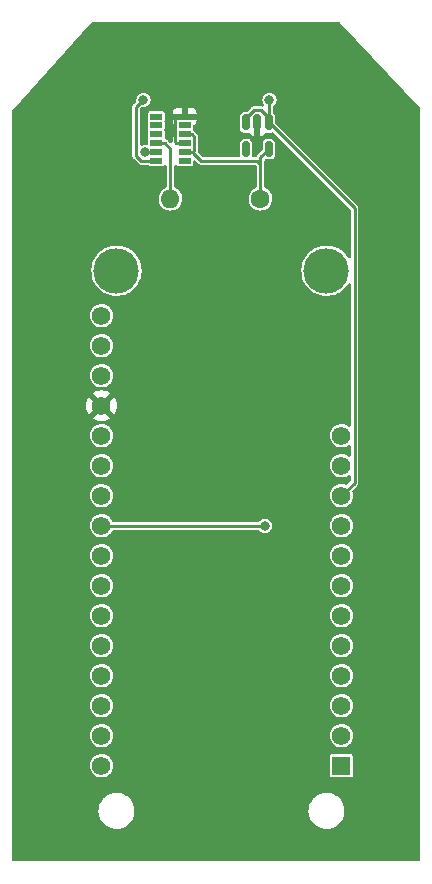
<source format=gbr>
%TF.GenerationSoftware,KiCad,Pcbnew,(6.0.7-1)-1*%
%TF.CreationDate,2022-08-08T08:03:07-05:00*%
%TF.ProjectId,Adafruit NeoPixel 8 Stick,41646166-7275-4697-9420-4e656f506978,rev?*%
%TF.SameCoordinates,Original*%
%TF.FileFunction,Copper,L1,Top*%
%TF.FilePolarity,Positive*%
%FSLAX46Y46*%
G04 Gerber Fmt 4.6, Leading zero omitted, Abs format (unit mm)*
G04 Created by KiCad (PCBNEW (6.0.7-1)-1) date 2022-08-08 08:03:07*
%MOMM*%
%LPD*%
G01*
G04 APERTURE LIST*
G04 Aperture macros list*
%AMRoundRect*
0 Rectangle with rounded corners*
0 $1 Rounding radius*
0 $2 $3 $4 $5 $6 $7 $8 $9 X,Y pos of 4 corners*
0 Add a 4 corners polygon primitive as box body*
4,1,4,$2,$3,$4,$5,$6,$7,$8,$9,$2,$3,0*
0 Add four circle primitives for the rounded corners*
1,1,$1+$1,$2,$3*
1,1,$1+$1,$4,$5*
1,1,$1+$1,$6,$7*
1,1,$1+$1,$8,$9*
0 Add four rect primitives between the rounded corners*
20,1,$1+$1,$2,$3,$4,$5,0*
20,1,$1+$1,$4,$5,$6,$7,0*
20,1,$1+$1,$6,$7,$8,$9,0*
20,1,$1+$1,$8,$9,$2,$3,0*%
G04 Aperture macros list end*
%TA.AperFunction,ComponentPad*%
%ADD10R,1.570000X1.570000*%
%TD*%
%TA.AperFunction,ComponentPad*%
%ADD11C,1.570000*%
%TD*%
%TA.AperFunction,ComponentPad*%
%ADD12C,3.840000*%
%TD*%
%TA.AperFunction,SMDPad,CuDef*%
%ADD13R,1.000000X0.500000*%
%TD*%
%TA.AperFunction,ComponentPad*%
%ADD14C,1.600000*%
%TD*%
%TA.AperFunction,ComponentPad*%
%ADD15O,1.600000X1.600000*%
%TD*%
%TA.AperFunction,SMDPad,CuDef*%
%ADD16RoundRect,0.150000X-0.150000X0.512500X-0.150000X-0.512500X0.150000X-0.512500X0.150000X0.512500X0*%
%TD*%
%TA.AperFunction,ViaPad*%
%ADD17C,0.800000*%
%TD*%
%TA.AperFunction,Conductor*%
%ADD18C,0.250000*%
%TD*%
G04 APERTURE END LIST*
D10*
%TO.P,MD1,0,P0.26/SDA*%
%TO.N,/SDA*%
X150368000Y-152908000D03*
D11*
%TO.P,MD1,1,P0.27/SCL*%
%TO.N,/SCL*%
X150368000Y-150368000D03*
%TO.P,MD1,2,P1.01/SDA1/UART1_RTS/SPI1_SCK/PWM3*%
%TO.N,unconnected-(MD1-Pad2)*%
X150368000Y-147828000D03*
%TO.P,MD1,3,P1.02/SCL1/UART1_CTS/SPI1_MOSI/PWM3*%
%TO.N,unconnected-(MD1-Pad3)*%
X150368000Y-145288000D03*
%TO.P,MD1,3.3V,3.3V*%
%TO.N,unconnected-(MD1-Pad3.3V)*%
X130048000Y-117348000D03*
%TO.P,MD1,4,P1.08/SPI1_MISO/PWM1*%
%TO.N,unconnected-(MD1-Pad4)*%
X150368000Y-142748000D03*
%TO.P,MD1,5,P1.10/PWM1*%
%TO.N,unconnected-(MD1-Pad5)*%
X150368000Y-140208000D03*
%TO.P,MD1,6,P1.11/PWM1*%
%TO.N,unconnected-(MD1-Pad6)*%
X150368000Y-137668000D03*
%TO.P,MD1,7,P1.12/PWM0*%
%TO.N,unconnected-(MD1-Pad7)*%
X150368000Y-135128000D03*
%TO.P,MD1,8,P1.03/PWM1*%
%TO.N,unconnected-(MD1-Pad8)*%
X150368000Y-132588000D03*
%TO.P,MD1,9,P0.06/UART1_TX*%
%TO.N,unconnected-(MD1-Pad9)*%
X130048000Y-150368000D03*
%TO.P,MD1,10,P0.08/UART1_RX*%
%TO.N,unconnected-(MD1-Pad10)*%
X130048000Y-147828000D03*
%TO.P,MD1,11,P1.14/SPI_MISO*%
%TO.N,unconnected-(MD1-Pad11)*%
X130048000Y-145288000D03*
%TO.P,MD1,12,P1.13/SPI_MOSI*%
%TO.N,unconnected-(MD1-Pad12)*%
X130048000Y-142748000D03*
%TO.P,MD1,13,P1.15/SPI_SCK*%
%TO.N,unconnected-(MD1-Pad13)*%
X130048000Y-140208000D03*
%TO.P,MD1,14,P0.31/PWM3/SPI_SS/ADC5*%
%TO.N,unconnected-(MD1-Pad14)*%
X130048000Y-137668000D03*
%TO.P,MD1,15,P0.30/PWM3/ADC4*%
%TO.N,unconnected-(MD1-Pad15)*%
X130048000Y-135128000D03*
%TO.P,MD1,16,P0.29/PWM2/ADC3*%
%TO.N,Net-(CN2-Pad3)*%
X130048000Y-132588000D03*
%TO.P,MD1,17,P0.28/PWM2/ADC2*%
%TO.N,unconnected-(MD1-Pad17)*%
X130048000Y-130048000D03*
%TO.P,MD1,18,P0.04/PWM2/ADC1*%
%TO.N,unconnected-(MD1-Pad18)*%
X130048000Y-127508000D03*
%TO.P,MD1,19,P0.03/PWM2/ADC0*%
%TO.N,unconnected-(MD1-Pad19)*%
X130048000Y-124968000D03*
%TO.P,MD1,20,P0.11/~{MODE}*%
%TO.N,unconnected-(MD1-Pad20)*%
X130048000Y-119888000D03*
D12*
%TO.P,MD1,21,MNT_1*%
%TO.N,unconnected-(MD1-Pad21)*%
X131318000Y-110998000D03*
%TO.P,MD1,22,MNT_2*%
%TO.N,unconnected-(MD1-Pad22)*%
X149098000Y-110998000D03*
D11*
%TO.P,MD1,ENABLE,ENABLE*%
%TO.N,unconnected-(MD1-PadENABLE)*%
X150368000Y-127508000D03*
%TO.P,MD1,GND,GND*%
%TO.N,GND*%
X130048000Y-122428000D03*
%TO.P,MD1,LiPo+,LiPo+*%
%TO.N,unconnected-(MD1-PadLiPo+)*%
X150368000Y-124968000D03*
%TO.P,MD1,NC,NC*%
%TO.N,unconnected-(MD1-PadNC)*%
X130048000Y-152908000D03*
%TO.P,MD1,RESET,P0.18/~{RESET}*%
%TO.N,unconnected-(MD1-PadRESET)*%
X130048000Y-114808000D03*
%TO.P,MD1,VBUS,VBUS*%
%TO.N,+5V*%
X150368000Y-130048000D03*
%TD*%
D13*
%TO.P,U2,1,GPIO1*%
%TO.N,unconnected-(U2-Pad1)*%
X134690000Y-97947000D03*
%TO.P,U2,2,NC@1*%
%TO.N,unconnected-(U2-Pad2)*%
X134690000Y-98697000D03*
%TO.P,U2,3,NC@2*%
%TO.N,unconnected-(U2-Pad3)*%
X134690000Y-99447000D03*
%TO.P,U2,4,GPIO0*%
%TO.N,Net-(R1-Pad2)*%
X134690000Y-100197000D03*
%TO.P,U2,5,SCL*%
%TO.N,/SCL*%
X134690000Y-100947000D03*
%TO.P,U2,6,SDA*%
%TO.N,/SDA*%
X134690000Y-101697000D03*
%TO.P,U2,7,NC@3*%
%TO.N,unconnected-(U2-Pad7)*%
X137090000Y-101697000D03*
%TO.P,U2,8,AVDD_VCS*%
%TO.N,Net-(R1-Pad1)*%
X137090000Y-100947000D03*
%TO.P,U2,9,AVSS_VCS*%
%TO.N,GND*%
X137090000Y-100197000D03*
%TO.P,U2,10,AVDD*%
%TO.N,Net-(R1-Pad1)*%
X137090000Y-99447000D03*
%TO.P,U2,11,NC@4*%
%TO.N,unconnected-(U2-Pad11)*%
X137090000Y-98697000D03*
%TO.P,U2,12,AVSS*%
%TO.N,GND*%
X137090000Y-97947000D03*
%TD*%
D14*
%TO.P,R1,1*%
%TO.N,Net-(R1-Pad1)*%
X143510000Y-104902000D03*
D15*
%TO.P,R1,2*%
%TO.N,Net-(R1-Pad2)*%
X135890000Y-104902000D03*
%TD*%
D16*
%TO.P,U1,1,IN*%
%TO.N,+5V*%
X144206000Y-98430500D03*
%TO.P,U1,2,GND*%
%TO.N,GND*%
X143256000Y-98430500D03*
%TO.P,U1,3,EN*%
%TO.N,+5V*%
X142306000Y-98430500D03*
%TO.P,U1,4,BP*%
%TO.N,unconnected-(U1-Pad4)*%
X142306000Y-100705500D03*
%TO.P,U1,5,OUT*%
%TO.N,Net-(R1-Pad1)*%
X144206000Y-100705500D03*
%TD*%
D17*
%TO.N,+5V*%
X144272000Y-96520000D03*
%TO.N,Net-(CN2-Pad3)*%
X143891000Y-132588000D03*
%TO.N,/SDA*%
X133604000Y-96520000D03*
%TO.N,/SCL*%
X133731000Y-100965000D03*
%TD*%
D18*
%TO.N,+5V*%
X144206000Y-96586000D02*
X144272000Y-96520000D01*
X143573277Y-97409000D02*
X142938723Y-97409000D01*
X150368000Y-130048000D02*
X151481200Y-128934800D01*
X151481200Y-105705700D02*
X144206000Y-98430500D01*
X144206000Y-98430500D02*
X144206000Y-96586000D01*
X142938723Y-97409000D02*
X142306000Y-98041723D01*
X144206000Y-98041723D02*
X143573277Y-97409000D01*
X151481200Y-128934800D02*
X151481200Y-105705700D01*
%TO.N,GND*%
X136261800Y-100118800D02*
X136261800Y-98180200D01*
X136495000Y-97947000D02*
X137090000Y-97947000D01*
X137090000Y-100197000D02*
X136340000Y-100197000D01*
X136340000Y-100197000D02*
X136261800Y-100118800D01*
X136261800Y-98180200D02*
X136495000Y-97947000D01*
%TO.N,Net-(CN2-Pad3)*%
X130048000Y-132588000D02*
X143891000Y-132588000D01*
%TO.N,/SDA*%
X133002800Y-97121200D02*
X133604000Y-96520000D01*
X133433169Y-101697000D02*
X133002800Y-101266631D01*
X133002800Y-101266631D02*
X133002800Y-97121200D01*
X134690000Y-101697000D02*
X133433169Y-101697000D01*
%TO.N,/SCL*%
X133731000Y-100965000D02*
X134672000Y-100965000D01*
%TO.N,Net-(R1-Pad1)*%
X137918200Y-99691200D02*
X137674000Y-99447000D01*
X143510000Y-101990900D02*
X143510000Y-101401500D01*
X143510000Y-101401500D02*
X144206000Y-100705500D01*
X137840000Y-100947000D02*
X137840000Y-101040600D01*
X137090000Y-100947000D02*
X137840000Y-100947000D01*
X143510000Y-101990900D02*
X143510000Y-104902000D01*
X137840000Y-100947000D02*
X137918200Y-100868800D01*
X143215300Y-101696200D02*
X143510000Y-101990900D01*
X137840000Y-101040600D02*
X138495600Y-101696200D01*
X143215300Y-101696200D02*
X138495600Y-101696200D01*
X137918200Y-100868800D02*
X137918200Y-99691200D01*
X137674000Y-99447000D02*
X137090000Y-99447000D01*
%TO.N,Net-(R1-Pad2)*%
X134690000Y-100197000D02*
X135440000Y-100197000D01*
X135890000Y-100647000D02*
X135890000Y-104902000D01*
X135440000Y-100197000D02*
X135890000Y-100647000D01*
%TD*%
%TA.AperFunction,Conductor*%
%TO.N,GND*%
G36*
X139862223Y-89941499D02*
G01*
X150134028Y-89941499D01*
X150202149Y-89961501D01*
X150226272Y-89981667D01*
X156991453Y-97252214D01*
X156994744Y-97255751D01*
X157026504Y-97319247D01*
X157028500Y-97341583D01*
X157028500Y-160884500D01*
X157008498Y-160952621D01*
X156954842Y-160999114D01*
X156902500Y-161010500D01*
X122579500Y-161010500D01*
X122511379Y-160990498D01*
X122464886Y-160936842D01*
X122453500Y-160884500D01*
X122453500Y-156771237D01*
X129793482Y-156771237D01*
X129821605Y-157014294D01*
X129822984Y-157019168D01*
X129822985Y-157019172D01*
X129859637Y-157148697D01*
X129888226Y-157249728D01*
X129890360Y-157254303D01*
X129890362Y-157254310D01*
X129947632Y-157377124D01*
X129991632Y-157471482D01*
X130129161Y-157673851D01*
X130132638Y-157677528D01*
X130132643Y-157677534D01*
X130227333Y-157777665D01*
X130297277Y-157851628D01*
X130301303Y-157854706D01*
X130301304Y-157854707D01*
X130487633Y-157997167D01*
X130487637Y-157997170D01*
X130491653Y-158000240D01*
X130707289Y-158115863D01*
X130938637Y-158195522D01*
X130943620Y-158196383D01*
X130943625Y-158196384D01*
X131102486Y-158223824D01*
X131179745Y-158237169D01*
X131183702Y-158237349D01*
X131183705Y-158237349D01*
X131207637Y-158238436D01*
X131207656Y-158238436D01*
X131209056Y-158238500D01*
X131379485Y-158238500D01*
X131381993Y-158238298D01*
X131381998Y-158238298D01*
X131556848Y-158224230D01*
X131556852Y-158224229D01*
X131561890Y-158223824D01*
X131566798Y-158222618D01*
X131566801Y-158222618D01*
X131794592Y-158166667D01*
X131799506Y-158165460D01*
X131804158Y-158163485D01*
X131804162Y-158163484D01*
X132020076Y-158071834D01*
X132024734Y-158069857D01*
X132101806Y-158021322D01*
X132227500Y-157942168D01*
X132227503Y-157942166D01*
X132231779Y-157939473D01*
X132331420Y-157851628D01*
X132411518Y-157781013D01*
X132411521Y-157781010D01*
X132415315Y-157777665D01*
X132418526Y-157773756D01*
X132567412Y-157592499D01*
X132567414Y-157592496D01*
X132570620Y-157588593D01*
X132638780Y-157471482D01*
X132691156Y-157381492D01*
X132691157Y-157381490D01*
X132693698Y-157377124D01*
X132781383Y-157148697D01*
X132831418Y-156909189D01*
X132837683Y-156771237D01*
X147573482Y-156771237D01*
X147601605Y-157014294D01*
X147602984Y-157019168D01*
X147602985Y-157019172D01*
X147639637Y-157148697D01*
X147668226Y-157249728D01*
X147670360Y-157254303D01*
X147670362Y-157254310D01*
X147727632Y-157377124D01*
X147771632Y-157471482D01*
X147909161Y-157673851D01*
X147912638Y-157677528D01*
X147912643Y-157677534D01*
X148007333Y-157777665D01*
X148077277Y-157851628D01*
X148081303Y-157854706D01*
X148081304Y-157854707D01*
X148267633Y-157997167D01*
X148267637Y-157997170D01*
X148271653Y-158000240D01*
X148487289Y-158115863D01*
X148718637Y-158195522D01*
X148723620Y-158196383D01*
X148723625Y-158196384D01*
X148882486Y-158223824D01*
X148959745Y-158237169D01*
X148963702Y-158237349D01*
X148963705Y-158237349D01*
X148987637Y-158238436D01*
X148987656Y-158238436D01*
X148989056Y-158238500D01*
X149159485Y-158238500D01*
X149161993Y-158238298D01*
X149161998Y-158238298D01*
X149336848Y-158224230D01*
X149336852Y-158224229D01*
X149341890Y-158223824D01*
X149346798Y-158222618D01*
X149346801Y-158222618D01*
X149574592Y-158166667D01*
X149579506Y-158165460D01*
X149584158Y-158163485D01*
X149584162Y-158163484D01*
X149800076Y-158071834D01*
X149804734Y-158069857D01*
X149881806Y-158021322D01*
X150007500Y-157942168D01*
X150007503Y-157942166D01*
X150011779Y-157939473D01*
X150111420Y-157851628D01*
X150191518Y-157781013D01*
X150191521Y-157781010D01*
X150195315Y-157777665D01*
X150198526Y-157773756D01*
X150347412Y-157592499D01*
X150347414Y-157592496D01*
X150350620Y-157588593D01*
X150418780Y-157471482D01*
X150471156Y-157381492D01*
X150471157Y-157381490D01*
X150473698Y-157377124D01*
X150561383Y-157148697D01*
X150611418Y-156909189D01*
X150622518Y-156664763D01*
X150594395Y-156421706D01*
X150557767Y-156292263D01*
X150529152Y-156191141D01*
X150529151Y-156191139D01*
X150527774Y-156186272D01*
X150525640Y-156181697D01*
X150525638Y-156181690D01*
X150426504Y-155969099D01*
X150424368Y-155964518D01*
X150286839Y-155762149D01*
X150283362Y-155758472D01*
X150283357Y-155758466D01*
X150122205Y-155588054D01*
X150122204Y-155588053D01*
X150118723Y-155584372D01*
X150000302Y-155493832D01*
X149928367Y-155438833D01*
X149928363Y-155438830D01*
X149924347Y-155435760D01*
X149708711Y-155320137D01*
X149477363Y-155240478D01*
X149472380Y-155239617D01*
X149472375Y-155239616D01*
X149297933Y-155209485D01*
X149236255Y-155198831D01*
X149232298Y-155198651D01*
X149232295Y-155198651D01*
X149208363Y-155197564D01*
X149208344Y-155197564D01*
X149206944Y-155197500D01*
X149036515Y-155197500D01*
X149034007Y-155197702D01*
X149034002Y-155197702D01*
X148859152Y-155211770D01*
X148859148Y-155211771D01*
X148854110Y-155212176D01*
X148849202Y-155213382D01*
X148849199Y-155213382D01*
X148732171Y-155242127D01*
X148616494Y-155270540D01*
X148611842Y-155272515D01*
X148611838Y-155272516D01*
X148503535Y-155318488D01*
X148391266Y-155366143D01*
X148386982Y-155368841D01*
X148188500Y-155493832D01*
X148188497Y-155493834D01*
X148184221Y-155496527D01*
X148180427Y-155499872D01*
X148004482Y-155654987D01*
X148004479Y-155654990D01*
X148000685Y-155658335D01*
X147997475Y-155662243D01*
X147997474Y-155662244D01*
X147918437Y-155758466D01*
X147845380Y-155847407D01*
X147842838Y-155851775D01*
X147774554Y-155969099D01*
X147722302Y-156058876D01*
X147634617Y-156287303D01*
X147584582Y-156526811D01*
X147573482Y-156771237D01*
X132837683Y-156771237D01*
X132842518Y-156664763D01*
X132814395Y-156421706D01*
X132777767Y-156292263D01*
X132749152Y-156191141D01*
X132749151Y-156191139D01*
X132747774Y-156186272D01*
X132745640Y-156181697D01*
X132745638Y-156181690D01*
X132646504Y-155969099D01*
X132644368Y-155964518D01*
X132506839Y-155762149D01*
X132503362Y-155758472D01*
X132503357Y-155758466D01*
X132342205Y-155588054D01*
X132342204Y-155588053D01*
X132338723Y-155584372D01*
X132220302Y-155493832D01*
X132148367Y-155438833D01*
X132148363Y-155438830D01*
X132144347Y-155435760D01*
X131928711Y-155320137D01*
X131697363Y-155240478D01*
X131692380Y-155239617D01*
X131692375Y-155239616D01*
X131517933Y-155209485D01*
X131456255Y-155198831D01*
X131452298Y-155198651D01*
X131452295Y-155198651D01*
X131428363Y-155197564D01*
X131428344Y-155197564D01*
X131426944Y-155197500D01*
X131256515Y-155197500D01*
X131254007Y-155197702D01*
X131254002Y-155197702D01*
X131079152Y-155211770D01*
X131079148Y-155211771D01*
X131074110Y-155212176D01*
X131069202Y-155213382D01*
X131069199Y-155213382D01*
X130952171Y-155242127D01*
X130836494Y-155270540D01*
X130831842Y-155272515D01*
X130831838Y-155272516D01*
X130723535Y-155318488D01*
X130611266Y-155366143D01*
X130606982Y-155368841D01*
X130408500Y-155493832D01*
X130408497Y-155493834D01*
X130404221Y-155496527D01*
X130400427Y-155499872D01*
X130224482Y-155654987D01*
X130224479Y-155654990D01*
X130220685Y-155658335D01*
X130217475Y-155662243D01*
X130217474Y-155662244D01*
X130138437Y-155758466D01*
X130065380Y-155847407D01*
X130062838Y-155851775D01*
X129994554Y-155969099D01*
X129942302Y-156058876D01*
X129854617Y-156287303D01*
X129804582Y-156526811D01*
X129793482Y-156771237D01*
X122453500Y-156771237D01*
X122453500Y-152894129D01*
X129054613Y-152894129D01*
X129070837Y-153087343D01*
X129124282Y-153273726D01*
X129127098Y-153279205D01*
X129127099Y-153279208D01*
X129210095Y-153440699D01*
X129212911Y-153446178D01*
X129333347Y-153598132D01*
X129338041Y-153602127D01*
X129372262Y-153631251D01*
X129481005Y-153723799D01*
X129650260Y-153818392D01*
X129834664Y-153878308D01*
X130027194Y-153901266D01*
X130033329Y-153900794D01*
X130033331Y-153900794D01*
X130214375Y-153886864D01*
X130214379Y-153886863D01*
X130220517Y-153886391D01*
X130226449Y-153884735D01*
X130226453Y-153884734D01*
X130362487Y-153846752D01*
X130407268Y-153834249D01*
X130580335Y-153746826D01*
X130609809Y-153723799D01*
X130623549Y-153713064D01*
X149379300Y-153713064D01*
X149391119Y-153772480D01*
X149436140Y-153839860D01*
X149503520Y-153884881D01*
X149562936Y-153896700D01*
X151173064Y-153896700D01*
X151232480Y-153884881D01*
X151299860Y-153839860D01*
X151344881Y-153772480D01*
X151356700Y-153713064D01*
X151356700Y-152102936D01*
X151344881Y-152043520D01*
X151299860Y-151976140D01*
X151232480Y-151931119D01*
X151173064Y-151919300D01*
X149562936Y-151919300D01*
X149503520Y-151931119D01*
X149436140Y-151976140D01*
X149391119Y-152043520D01*
X149379300Y-152102936D01*
X149379300Y-153713064D01*
X130623549Y-153713064D01*
X130728265Y-153631251D01*
X130728266Y-153631250D01*
X130733126Y-153627453D01*
X130859820Y-153480676D01*
X130955593Y-153312086D01*
X131016795Y-153128105D01*
X131041097Y-152935740D01*
X131041484Y-152908000D01*
X131022563Y-152715031D01*
X131020782Y-152709132D01*
X131020781Y-152709127D01*
X130968303Y-152535312D01*
X130966522Y-152529413D01*
X130875494Y-152358214D01*
X130871604Y-152353444D01*
X130871601Y-152353440D01*
X130756836Y-152212725D01*
X130756834Y-152212723D01*
X130752947Y-152207957D01*
X130603549Y-152084364D01*
X130598132Y-152081435D01*
X130598129Y-152081433D01*
X130438411Y-151995074D01*
X130438406Y-151995072D01*
X130432991Y-151992144D01*
X130410287Y-151985116D01*
X130253655Y-151936630D01*
X130253652Y-151936629D01*
X130247768Y-151934808D01*
X130241643Y-151934164D01*
X130241642Y-151934164D01*
X130061064Y-151915184D01*
X130061063Y-151915184D01*
X130054936Y-151914540D01*
X129934787Y-151925474D01*
X129867981Y-151931554D01*
X129867980Y-151931554D01*
X129861840Y-151932113D01*
X129855926Y-151933854D01*
X129855924Y-151933854D01*
X129735667Y-151969248D01*
X129675834Y-151986858D01*
X129504005Y-152076688D01*
X129352896Y-152198183D01*
X129348937Y-152202901D01*
X129348936Y-152202902D01*
X129232221Y-152341997D01*
X129228263Y-152346714D01*
X129225300Y-152352103D01*
X129225297Y-152352108D01*
X129218949Y-152363656D01*
X129134854Y-152516625D01*
X129132993Y-152522492D01*
X129132992Y-152522494D01*
X129130797Y-152529413D01*
X129076226Y-152701443D01*
X129054613Y-152894129D01*
X122453500Y-152894129D01*
X122453500Y-150354129D01*
X129054613Y-150354129D01*
X129070837Y-150547343D01*
X129124282Y-150733726D01*
X129127098Y-150739205D01*
X129127099Y-150739208D01*
X129210095Y-150900699D01*
X129212911Y-150906178D01*
X129333347Y-151058132D01*
X129338041Y-151062127D01*
X129372262Y-151091251D01*
X129481005Y-151183799D01*
X129650260Y-151278392D01*
X129834664Y-151338308D01*
X130027194Y-151361266D01*
X130033329Y-151360794D01*
X130033331Y-151360794D01*
X130214375Y-151346864D01*
X130214379Y-151346863D01*
X130220517Y-151346391D01*
X130226449Y-151344735D01*
X130226453Y-151344734D01*
X130313893Y-151320320D01*
X130407268Y-151294249D01*
X130580335Y-151206826D01*
X130609809Y-151183799D01*
X130728265Y-151091251D01*
X130728266Y-151091250D01*
X130733126Y-151087453D01*
X130859820Y-150940676D01*
X130955593Y-150772086D01*
X131016795Y-150588105D01*
X131041097Y-150395740D01*
X131041484Y-150368000D01*
X131040124Y-150354129D01*
X149374613Y-150354129D01*
X149390837Y-150547343D01*
X149444282Y-150733726D01*
X149447098Y-150739205D01*
X149447099Y-150739208D01*
X149530095Y-150900699D01*
X149532911Y-150906178D01*
X149653347Y-151058132D01*
X149658041Y-151062127D01*
X149692262Y-151091251D01*
X149801005Y-151183799D01*
X149970260Y-151278392D01*
X150154664Y-151338308D01*
X150347194Y-151361266D01*
X150353329Y-151360794D01*
X150353331Y-151360794D01*
X150534375Y-151346864D01*
X150534379Y-151346863D01*
X150540517Y-151346391D01*
X150546449Y-151344735D01*
X150546453Y-151344734D01*
X150633893Y-151320320D01*
X150727268Y-151294249D01*
X150900335Y-151206826D01*
X150929809Y-151183799D01*
X151048265Y-151091251D01*
X151048266Y-151091250D01*
X151053126Y-151087453D01*
X151179820Y-150940676D01*
X151275593Y-150772086D01*
X151336795Y-150588105D01*
X151361097Y-150395740D01*
X151361484Y-150368000D01*
X151342563Y-150175031D01*
X151340782Y-150169132D01*
X151340781Y-150169127D01*
X151288303Y-149995312D01*
X151286522Y-149989413D01*
X151195494Y-149818214D01*
X151191604Y-149813444D01*
X151191601Y-149813440D01*
X151076836Y-149672725D01*
X151076834Y-149672723D01*
X151072947Y-149667957D01*
X150923549Y-149544364D01*
X150918132Y-149541435D01*
X150918129Y-149541433D01*
X150758411Y-149455074D01*
X150758406Y-149455072D01*
X150752991Y-149452144D01*
X150730287Y-149445116D01*
X150573655Y-149396630D01*
X150573652Y-149396629D01*
X150567768Y-149394808D01*
X150561643Y-149394164D01*
X150561642Y-149394164D01*
X150381064Y-149375184D01*
X150381063Y-149375184D01*
X150374936Y-149374540D01*
X150254787Y-149385474D01*
X150187981Y-149391554D01*
X150187980Y-149391554D01*
X150181840Y-149392113D01*
X150175926Y-149393854D01*
X150175924Y-149393854D01*
X150049485Y-149431068D01*
X149995834Y-149446858D01*
X149824005Y-149536688D01*
X149672896Y-149658183D01*
X149668937Y-149662901D01*
X149668936Y-149662902D01*
X149552221Y-149801997D01*
X149548263Y-149806714D01*
X149545300Y-149812103D01*
X149545297Y-149812108D01*
X149538949Y-149823656D01*
X149454854Y-149976625D01*
X149452993Y-149982492D01*
X149452992Y-149982494D01*
X149450797Y-149989413D01*
X149396226Y-150161443D01*
X149374613Y-150354129D01*
X131040124Y-150354129D01*
X131022563Y-150175031D01*
X131020782Y-150169132D01*
X131020781Y-150169127D01*
X130968303Y-149995312D01*
X130966522Y-149989413D01*
X130875494Y-149818214D01*
X130871604Y-149813444D01*
X130871601Y-149813440D01*
X130756836Y-149672725D01*
X130756834Y-149672723D01*
X130752947Y-149667957D01*
X130603549Y-149544364D01*
X130598132Y-149541435D01*
X130598129Y-149541433D01*
X130438411Y-149455074D01*
X130438406Y-149455072D01*
X130432991Y-149452144D01*
X130410287Y-149445116D01*
X130253655Y-149396630D01*
X130253652Y-149396629D01*
X130247768Y-149394808D01*
X130241643Y-149394164D01*
X130241642Y-149394164D01*
X130061064Y-149375184D01*
X130061063Y-149375184D01*
X130054936Y-149374540D01*
X129934787Y-149385474D01*
X129867981Y-149391554D01*
X129867980Y-149391554D01*
X129861840Y-149392113D01*
X129855926Y-149393854D01*
X129855924Y-149393854D01*
X129729485Y-149431068D01*
X129675834Y-149446858D01*
X129504005Y-149536688D01*
X129352896Y-149658183D01*
X129348937Y-149662901D01*
X129348936Y-149662902D01*
X129232221Y-149801997D01*
X129228263Y-149806714D01*
X129225300Y-149812103D01*
X129225297Y-149812108D01*
X129218949Y-149823656D01*
X129134854Y-149976625D01*
X129132993Y-149982492D01*
X129132992Y-149982494D01*
X129130797Y-149989413D01*
X129076226Y-150161443D01*
X129054613Y-150354129D01*
X122453500Y-150354129D01*
X122453500Y-147814129D01*
X129054613Y-147814129D01*
X129070837Y-148007343D01*
X129124282Y-148193726D01*
X129127098Y-148199205D01*
X129127099Y-148199208D01*
X129210095Y-148360699D01*
X129212911Y-148366178D01*
X129333347Y-148518132D01*
X129338041Y-148522127D01*
X129372262Y-148551251D01*
X129481005Y-148643799D01*
X129650260Y-148738392D01*
X129834664Y-148798308D01*
X130027194Y-148821266D01*
X130033329Y-148820794D01*
X130033331Y-148820794D01*
X130214375Y-148806864D01*
X130214379Y-148806863D01*
X130220517Y-148806391D01*
X130226449Y-148804735D01*
X130226453Y-148804734D01*
X130313892Y-148780320D01*
X130407268Y-148754249D01*
X130580335Y-148666826D01*
X130609809Y-148643799D01*
X130728265Y-148551251D01*
X130728266Y-148551250D01*
X130733126Y-148547453D01*
X130859820Y-148400676D01*
X130955593Y-148232086D01*
X131016795Y-148048105D01*
X131041097Y-147855740D01*
X131041484Y-147828000D01*
X131040124Y-147814129D01*
X149374613Y-147814129D01*
X149390837Y-148007343D01*
X149444282Y-148193726D01*
X149447098Y-148199205D01*
X149447099Y-148199208D01*
X149530095Y-148360699D01*
X149532911Y-148366178D01*
X149653347Y-148518132D01*
X149658041Y-148522127D01*
X149692262Y-148551251D01*
X149801005Y-148643799D01*
X149970260Y-148738392D01*
X150154664Y-148798308D01*
X150347194Y-148821266D01*
X150353329Y-148820794D01*
X150353331Y-148820794D01*
X150534375Y-148806864D01*
X150534379Y-148806863D01*
X150540517Y-148806391D01*
X150546449Y-148804735D01*
X150546453Y-148804734D01*
X150633892Y-148780320D01*
X150727268Y-148754249D01*
X150900335Y-148666826D01*
X150929809Y-148643799D01*
X151048265Y-148551251D01*
X151048266Y-148551250D01*
X151053126Y-148547453D01*
X151179820Y-148400676D01*
X151275593Y-148232086D01*
X151336795Y-148048105D01*
X151361097Y-147855740D01*
X151361484Y-147828000D01*
X151342563Y-147635031D01*
X151340782Y-147629132D01*
X151340781Y-147629127D01*
X151288303Y-147455312D01*
X151286522Y-147449413D01*
X151195494Y-147278214D01*
X151191604Y-147273444D01*
X151191601Y-147273440D01*
X151076836Y-147132725D01*
X151076834Y-147132723D01*
X151072947Y-147127957D01*
X150923549Y-147004364D01*
X150918132Y-147001435D01*
X150918129Y-147001433D01*
X150758411Y-146915074D01*
X150758406Y-146915072D01*
X150752991Y-146912144D01*
X150730287Y-146905116D01*
X150573655Y-146856630D01*
X150573652Y-146856629D01*
X150567768Y-146854808D01*
X150561643Y-146854164D01*
X150561642Y-146854164D01*
X150381064Y-146835184D01*
X150381063Y-146835184D01*
X150374936Y-146834540D01*
X150254787Y-146845474D01*
X150187981Y-146851554D01*
X150187980Y-146851554D01*
X150181840Y-146852113D01*
X150175926Y-146853854D01*
X150175924Y-146853854D01*
X150049485Y-146891068D01*
X149995834Y-146906858D01*
X149824005Y-146996688D01*
X149672896Y-147118183D01*
X149668937Y-147122901D01*
X149668936Y-147122902D01*
X149552221Y-147261997D01*
X149548263Y-147266714D01*
X149545300Y-147272103D01*
X149545297Y-147272108D01*
X149538949Y-147283656D01*
X149454854Y-147436625D01*
X149452993Y-147442492D01*
X149452992Y-147442494D01*
X149450797Y-147449413D01*
X149396226Y-147621443D01*
X149374613Y-147814129D01*
X131040124Y-147814129D01*
X131022563Y-147635031D01*
X131020782Y-147629132D01*
X131020781Y-147629127D01*
X130968303Y-147455312D01*
X130966522Y-147449413D01*
X130875494Y-147278214D01*
X130871604Y-147273444D01*
X130871601Y-147273440D01*
X130756836Y-147132725D01*
X130756834Y-147132723D01*
X130752947Y-147127957D01*
X130603549Y-147004364D01*
X130598132Y-147001435D01*
X130598129Y-147001433D01*
X130438411Y-146915074D01*
X130438406Y-146915072D01*
X130432991Y-146912144D01*
X130410287Y-146905116D01*
X130253655Y-146856630D01*
X130253652Y-146856629D01*
X130247768Y-146854808D01*
X130241643Y-146854164D01*
X130241642Y-146854164D01*
X130061064Y-146835184D01*
X130061063Y-146835184D01*
X130054936Y-146834540D01*
X129934787Y-146845474D01*
X129867981Y-146851554D01*
X129867980Y-146851554D01*
X129861840Y-146852113D01*
X129855926Y-146853854D01*
X129855924Y-146853854D01*
X129729485Y-146891068D01*
X129675834Y-146906858D01*
X129504005Y-146996688D01*
X129352896Y-147118183D01*
X129348937Y-147122901D01*
X129348936Y-147122902D01*
X129232221Y-147261997D01*
X129228263Y-147266714D01*
X129225300Y-147272103D01*
X129225297Y-147272108D01*
X129218949Y-147283656D01*
X129134854Y-147436625D01*
X129132993Y-147442492D01*
X129132992Y-147442494D01*
X129130797Y-147449413D01*
X129076226Y-147621443D01*
X129054613Y-147814129D01*
X122453500Y-147814129D01*
X122453500Y-145274129D01*
X129054613Y-145274129D01*
X129070837Y-145467343D01*
X129124282Y-145653726D01*
X129127098Y-145659205D01*
X129127099Y-145659208D01*
X129210095Y-145820699D01*
X129212911Y-145826178D01*
X129333347Y-145978132D01*
X129338041Y-145982127D01*
X129372262Y-146011251D01*
X129481005Y-146103799D01*
X129650260Y-146198392D01*
X129834664Y-146258308D01*
X130027194Y-146281266D01*
X130033329Y-146280794D01*
X130033331Y-146280794D01*
X130214375Y-146266864D01*
X130214379Y-146266863D01*
X130220517Y-146266391D01*
X130226449Y-146264735D01*
X130226453Y-146264734D01*
X130313892Y-146240320D01*
X130407268Y-146214249D01*
X130580335Y-146126826D01*
X130609809Y-146103799D01*
X130728265Y-146011251D01*
X130728266Y-146011250D01*
X130733126Y-146007453D01*
X130859820Y-145860676D01*
X130955593Y-145692086D01*
X131016795Y-145508105D01*
X131041097Y-145315740D01*
X131041484Y-145288000D01*
X131040124Y-145274129D01*
X149374613Y-145274129D01*
X149390837Y-145467343D01*
X149444282Y-145653726D01*
X149447098Y-145659205D01*
X149447099Y-145659208D01*
X149530095Y-145820699D01*
X149532911Y-145826178D01*
X149653347Y-145978132D01*
X149658041Y-145982127D01*
X149692262Y-146011251D01*
X149801005Y-146103799D01*
X149970260Y-146198392D01*
X150154664Y-146258308D01*
X150347194Y-146281266D01*
X150353329Y-146280794D01*
X150353331Y-146280794D01*
X150534375Y-146266864D01*
X150534379Y-146266863D01*
X150540517Y-146266391D01*
X150546449Y-146264735D01*
X150546453Y-146264734D01*
X150633892Y-146240320D01*
X150727268Y-146214249D01*
X150900335Y-146126826D01*
X150929809Y-146103799D01*
X151048265Y-146011251D01*
X151048266Y-146011250D01*
X151053126Y-146007453D01*
X151179820Y-145860676D01*
X151275593Y-145692086D01*
X151336795Y-145508105D01*
X151361097Y-145315740D01*
X151361484Y-145288000D01*
X151342563Y-145095031D01*
X151340782Y-145089132D01*
X151340781Y-145089127D01*
X151288303Y-144915312D01*
X151286522Y-144909413D01*
X151195494Y-144738214D01*
X151191604Y-144733444D01*
X151191601Y-144733440D01*
X151076836Y-144592725D01*
X151076834Y-144592723D01*
X151072947Y-144587957D01*
X150923549Y-144464364D01*
X150918132Y-144461435D01*
X150918129Y-144461433D01*
X150758411Y-144375074D01*
X150758406Y-144375072D01*
X150752991Y-144372144D01*
X150730287Y-144365116D01*
X150573655Y-144316630D01*
X150573652Y-144316629D01*
X150567768Y-144314808D01*
X150561643Y-144314164D01*
X150561642Y-144314164D01*
X150381064Y-144295184D01*
X150381063Y-144295184D01*
X150374936Y-144294540D01*
X150254787Y-144305474D01*
X150187981Y-144311554D01*
X150187980Y-144311554D01*
X150181840Y-144312113D01*
X150175926Y-144313854D01*
X150175924Y-144313854D01*
X150049485Y-144351068D01*
X149995834Y-144366858D01*
X149824005Y-144456688D01*
X149672896Y-144578183D01*
X149668937Y-144582901D01*
X149668936Y-144582902D01*
X149552221Y-144721997D01*
X149548263Y-144726714D01*
X149545300Y-144732103D01*
X149545297Y-144732108D01*
X149538949Y-144743656D01*
X149454854Y-144896625D01*
X149452993Y-144902492D01*
X149452992Y-144902494D01*
X149450797Y-144909413D01*
X149396226Y-145081443D01*
X149374613Y-145274129D01*
X131040124Y-145274129D01*
X131022563Y-145095031D01*
X131020782Y-145089132D01*
X131020781Y-145089127D01*
X130968303Y-144915312D01*
X130966522Y-144909413D01*
X130875494Y-144738214D01*
X130871604Y-144733444D01*
X130871601Y-144733440D01*
X130756836Y-144592725D01*
X130756834Y-144592723D01*
X130752947Y-144587957D01*
X130603549Y-144464364D01*
X130598132Y-144461435D01*
X130598129Y-144461433D01*
X130438411Y-144375074D01*
X130438406Y-144375072D01*
X130432991Y-144372144D01*
X130410287Y-144365116D01*
X130253655Y-144316630D01*
X130253652Y-144316629D01*
X130247768Y-144314808D01*
X130241643Y-144314164D01*
X130241642Y-144314164D01*
X130061064Y-144295184D01*
X130061063Y-144295184D01*
X130054936Y-144294540D01*
X129934787Y-144305474D01*
X129867981Y-144311554D01*
X129867980Y-144311554D01*
X129861840Y-144312113D01*
X129855926Y-144313854D01*
X129855924Y-144313854D01*
X129729485Y-144351068D01*
X129675834Y-144366858D01*
X129504005Y-144456688D01*
X129352896Y-144578183D01*
X129348937Y-144582901D01*
X129348936Y-144582902D01*
X129232221Y-144721997D01*
X129228263Y-144726714D01*
X129225300Y-144732103D01*
X129225297Y-144732108D01*
X129218949Y-144743656D01*
X129134854Y-144896625D01*
X129132993Y-144902492D01*
X129132992Y-144902494D01*
X129130797Y-144909413D01*
X129076226Y-145081443D01*
X129054613Y-145274129D01*
X122453500Y-145274129D01*
X122453500Y-142734129D01*
X129054613Y-142734129D01*
X129070837Y-142927343D01*
X129124282Y-143113726D01*
X129127098Y-143119205D01*
X129127099Y-143119208D01*
X129210095Y-143280699D01*
X129212911Y-143286178D01*
X129333347Y-143438132D01*
X129338041Y-143442127D01*
X129372262Y-143471251D01*
X129481005Y-143563799D01*
X129650260Y-143658392D01*
X129834664Y-143718308D01*
X130027194Y-143741266D01*
X130033329Y-143740794D01*
X130033331Y-143740794D01*
X130214375Y-143726864D01*
X130214379Y-143726863D01*
X130220517Y-143726391D01*
X130226449Y-143724735D01*
X130226453Y-143724734D01*
X130313892Y-143700320D01*
X130407268Y-143674249D01*
X130580335Y-143586826D01*
X130609809Y-143563799D01*
X130728265Y-143471251D01*
X130728266Y-143471250D01*
X130733126Y-143467453D01*
X130859820Y-143320676D01*
X130955593Y-143152086D01*
X131016795Y-142968105D01*
X131041097Y-142775740D01*
X131041484Y-142748000D01*
X131040124Y-142734129D01*
X149374613Y-142734129D01*
X149390837Y-142927343D01*
X149444282Y-143113726D01*
X149447098Y-143119205D01*
X149447099Y-143119208D01*
X149530095Y-143280699D01*
X149532911Y-143286178D01*
X149653347Y-143438132D01*
X149658041Y-143442127D01*
X149692262Y-143471251D01*
X149801005Y-143563799D01*
X149970260Y-143658392D01*
X150154664Y-143718308D01*
X150347194Y-143741266D01*
X150353329Y-143740794D01*
X150353331Y-143740794D01*
X150534375Y-143726864D01*
X150534379Y-143726863D01*
X150540517Y-143726391D01*
X150546449Y-143724735D01*
X150546453Y-143724734D01*
X150633892Y-143700320D01*
X150727268Y-143674249D01*
X150900335Y-143586826D01*
X150929809Y-143563799D01*
X151048265Y-143471251D01*
X151048266Y-143471250D01*
X151053126Y-143467453D01*
X151179820Y-143320676D01*
X151275593Y-143152086D01*
X151336795Y-142968105D01*
X151361097Y-142775740D01*
X151361484Y-142748000D01*
X151342563Y-142555031D01*
X151340782Y-142549132D01*
X151340781Y-142549127D01*
X151288303Y-142375312D01*
X151286522Y-142369413D01*
X151195494Y-142198214D01*
X151191604Y-142193444D01*
X151191601Y-142193440D01*
X151076836Y-142052725D01*
X151076834Y-142052723D01*
X151072947Y-142047957D01*
X150923549Y-141924364D01*
X150918132Y-141921435D01*
X150918129Y-141921433D01*
X150758411Y-141835074D01*
X150758406Y-141835072D01*
X150752991Y-141832144D01*
X150730287Y-141825116D01*
X150573655Y-141776630D01*
X150573652Y-141776629D01*
X150567768Y-141774808D01*
X150561643Y-141774164D01*
X150561642Y-141774164D01*
X150381064Y-141755184D01*
X150381063Y-141755184D01*
X150374936Y-141754540D01*
X150254787Y-141765474D01*
X150187981Y-141771554D01*
X150187980Y-141771554D01*
X150181840Y-141772113D01*
X150175926Y-141773854D01*
X150175924Y-141773854D01*
X150049485Y-141811068D01*
X149995834Y-141826858D01*
X149824005Y-141916688D01*
X149672896Y-142038183D01*
X149668937Y-142042901D01*
X149668936Y-142042902D01*
X149552221Y-142181997D01*
X149548263Y-142186714D01*
X149545300Y-142192103D01*
X149545297Y-142192108D01*
X149538949Y-142203656D01*
X149454854Y-142356625D01*
X149452993Y-142362492D01*
X149452992Y-142362494D01*
X149450797Y-142369413D01*
X149396226Y-142541443D01*
X149374613Y-142734129D01*
X131040124Y-142734129D01*
X131022563Y-142555031D01*
X131020782Y-142549132D01*
X131020781Y-142549127D01*
X130968303Y-142375312D01*
X130966522Y-142369413D01*
X130875494Y-142198214D01*
X130871604Y-142193444D01*
X130871601Y-142193440D01*
X130756836Y-142052725D01*
X130756834Y-142052723D01*
X130752947Y-142047957D01*
X130603549Y-141924364D01*
X130598132Y-141921435D01*
X130598129Y-141921433D01*
X130438411Y-141835074D01*
X130438406Y-141835072D01*
X130432991Y-141832144D01*
X130410287Y-141825116D01*
X130253655Y-141776630D01*
X130253652Y-141776629D01*
X130247768Y-141774808D01*
X130241643Y-141774164D01*
X130241642Y-141774164D01*
X130061064Y-141755184D01*
X130061063Y-141755184D01*
X130054936Y-141754540D01*
X129934787Y-141765474D01*
X129867981Y-141771554D01*
X129867980Y-141771554D01*
X129861840Y-141772113D01*
X129855926Y-141773854D01*
X129855924Y-141773854D01*
X129729485Y-141811068D01*
X129675834Y-141826858D01*
X129504005Y-141916688D01*
X129352896Y-142038183D01*
X129348937Y-142042901D01*
X129348936Y-142042902D01*
X129232221Y-142181997D01*
X129228263Y-142186714D01*
X129225300Y-142192103D01*
X129225297Y-142192108D01*
X129218949Y-142203656D01*
X129134854Y-142356625D01*
X129132993Y-142362492D01*
X129132992Y-142362494D01*
X129130797Y-142369413D01*
X129076226Y-142541443D01*
X129054613Y-142734129D01*
X122453500Y-142734129D01*
X122453500Y-140194129D01*
X129054613Y-140194129D01*
X129070837Y-140387343D01*
X129124282Y-140573726D01*
X129127098Y-140579205D01*
X129127099Y-140579208D01*
X129210095Y-140740699D01*
X129212911Y-140746178D01*
X129333347Y-140898132D01*
X129338041Y-140902127D01*
X129372262Y-140931251D01*
X129481005Y-141023799D01*
X129650260Y-141118392D01*
X129834664Y-141178308D01*
X130027194Y-141201266D01*
X130033329Y-141200794D01*
X130033331Y-141200794D01*
X130214375Y-141186864D01*
X130214379Y-141186863D01*
X130220517Y-141186391D01*
X130226449Y-141184735D01*
X130226453Y-141184734D01*
X130313892Y-141160320D01*
X130407268Y-141134249D01*
X130580335Y-141046826D01*
X130609809Y-141023799D01*
X130728265Y-140931251D01*
X130728266Y-140931250D01*
X130733126Y-140927453D01*
X130859820Y-140780676D01*
X130955593Y-140612086D01*
X131016795Y-140428105D01*
X131041097Y-140235740D01*
X131041484Y-140208000D01*
X131040124Y-140194129D01*
X149374613Y-140194129D01*
X149390837Y-140387343D01*
X149444282Y-140573726D01*
X149447098Y-140579205D01*
X149447099Y-140579208D01*
X149530095Y-140740699D01*
X149532911Y-140746178D01*
X149653347Y-140898132D01*
X149658041Y-140902127D01*
X149692262Y-140931251D01*
X149801005Y-141023799D01*
X149970260Y-141118392D01*
X150154664Y-141178308D01*
X150347194Y-141201266D01*
X150353329Y-141200794D01*
X150353331Y-141200794D01*
X150534375Y-141186864D01*
X150534379Y-141186863D01*
X150540517Y-141186391D01*
X150546449Y-141184735D01*
X150546453Y-141184734D01*
X150633892Y-141160320D01*
X150727268Y-141134249D01*
X150900335Y-141046826D01*
X150929809Y-141023799D01*
X151048265Y-140931251D01*
X151048266Y-140931250D01*
X151053126Y-140927453D01*
X151179820Y-140780676D01*
X151275593Y-140612086D01*
X151336795Y-140428105D01*
X151361097Y-140235740D01*
X151361484Y-140208000D01*
X151342563Y-140015031D01*
X151340782Y-140009132D01*
X151340781Y-140009127D01*
X151288303Y-139835312D01*
X151286522Y-139829413D01*
X151195494Y-139658214D01*
X151191604Y-139653444D01*
X151191601Y-139653440D01*
X151076836Y-139512725D01*
X151076834Y-139512723D01*
X151072947Y-139507957D01*
X150923549Y-139384364D01*
X150918132Y-139381435D01*
X150918129Y-139381433D01*
X150758411Y-139295074D01*
X150758406Y-139295072D01*
X150752991Y-139292144D01*
X150730287Y-139285116D01*
X150573655Y-139236630D01*
X150573652Y-139236629D01*
X150567768Y-139234808D01*
X150561643Y-139234164D01*
X150561642Y-139234164D01*
X150381064Y-139215184D01*
X150381063Y-139215184D01*
X150374936Y-139214540D01*
X150254787Y-139225474D01*
X150187981Y-139231554D01*
X150187980Y-139231554D01*
X150181840Y-139232113D01*
X150175926Y-139233854D01*
X150175924Y-139233854D01*
X150049485Y-139271068D01*
X149995834Y-139286858D01*
X149824005Y-139376688D01*
X149672896Y-139498183D01*
X149668937Y-139502901D01*
X149668936Y-139502902D01*
X149552221Y-139641997D01*
X149548263Y-139646714D01*
X149545300Y-139652103D01*
X149545297Y-139652108D01*
X149538949Y-139663656D01*
X149454854Y-139816625D01*
X149452993Y-139822492D01*
X149452992Y-139822494D01*
X149450797Y-139829413D01*
X149396226Y-140001443D01*
X149374613Y-140194129D01*
X131040124Y-140194129D01*
X131022563Y-140015031D01*
X131020782Y-140009132D01*
X131020781Y-140009127D01*
X130968303Y-139835312D01*
X130966522Y-139829413D01*
X130875494Y-139658214D01*
X130871604Y-139653444D01*
X130871601Y-139653440D01*
X130756836Y-139512725D01*
X130756834Y-139512723D01*
X130752947Y-139507957D01*
X130603549Y-139384364D01*
X130598132Y-139381435D01*
X130598129Y-139381433D01*
X130438411Y-139295074D01*
X130438406Y-139295072D01*
X130432991Y-139292144D01*
X130410287Y-139285116D01*
X130253655Y-139236630D01*
X130253652Y-139236629D01*
X130247768Y-139234808D01*
X130241643Y-139234164D01*
X130241642Y-139234164D01*
X130061064Y-139215184D01*
X130061063Y-139215184D01*
X130054936Y-139214540D01*
X129934787Y-139225474D01*
X129867981Y-139231554D01*
X129867980Y-139231554D01*
X129861840Y-139232113D01*
X129855926Y-139233854D01*
X129855924Y-139233854D01*
X129729485Y-139271068D01*
X129675834Y-139286858D01*
X129504005Y-139376688D01*
X129352896Y-139498183D01*
X129348937Y-139502901D01*
X129348936Y-139502902D01*
X129232221Y-139641997D01*
X129228263Y-139646714D01*
X129225300Y-139652103D01*
X129225297Y-139652108D01*
X129218949Y-139663656D01*
X129134854Y-139816625D01*
X129132993Y-139822492D01*
X129132992Y-139822494D01*
X129130797Y-139829413D01*
X129076226Y-140001443D01*
X129054613Y-140194129D01*
X122453500Y-140194129D01*
X122453500Y-137654129D01*
X129054613Y-137654129D01*
X129070837Y-137847343D01*
X129124282Y-138033726D01*
X129127098Y-138039205D01*
X129127099Y-138039208D01*
X129210095Y-138200699D01*
X129212911Y-138206178D01*
X129333347Y-138358132D01*
X129338041Y-138362127D01*
X129372262Y-138391251D01*
X129481005Y-138483799D01*
X129650260Y-138578392D01*
X129834664Y-138638308D01*
X130027194Y-138661266D01*
X130033329Y-138660794D01*
X130033331Y-138660794D01*
X130214375Y-138646864D01*
X130214379Y-138646863D01*
X130220517Y-138646391D01*
X130226449Y-138644735D01*
X130226453Y-138644734D01*
X130313892Y-138620320D01*
X130407268Y-138594249D01*
X130580335Y-138506826D01*
X130609809Y-138483799D01*
X130728265Y-138391251D01*
X130728266Y-138391250D01*
X130733126Y-138387453D01*
X130859820Y-138240676D01*
X130955593Y-138072086D01*
X131016795Y-137888105D01*
X131041097Y-137695740D01*
X131041484Y-137668000D01*
X131040124Y-137654129D01*
X149374613Y-137654129D01*
X149390837Y-137847343D01*
X149444282Y-138033726D01*
X149447098Y-138039205D01*
X149447099Y-138039208D01*
X149530095Y-138200699D01*
X149532911Y-138206178D01*
X149653347Y-138358132D01*
X149658041Y-138362127D01*
X149692262Y-138391251D01*
X149801005Y-138483799D01*
X149970260Y-138578392D01*
X150154664Y-138638308D01*
X150347194Y-138661266D01*
X150353329Y-138660794D01*
X150353331Y-138660794D01*
X150534375Y-138646864D01*
X150534379Y-138646863D01*
X150540517Y-138646391D01*
X150546449Y-138644735D01*
X150546453Y-138644734D01*
X150633892Y-138620320D01*
X150727268Y-138594249D01*
X150900335Y-138506826D01*
X150929809Y-138483799D01*
X151048265Y-138391251D01*
X151048266Y-138391250D01*
X151053126Y-138387453D01*
X151179820Y-138240676D01*
X151275593Y-138072086D01*
X151336795Y-137888105D01*
X151361097Y-137695740D01*
X151361484Y-137668000D01*
X151342563Y-137475031D01*
X151340782Y-137469132D01*
X151340781Y-137469127D01*
X151288303Y-137295312D01*
X151286522Y-137289413D01*
X151195494Y-137118214D01*
X151191604Y-137113444D01*
X151191601Y-137113440D01*
X151076836Y-136972725D01*
X151076834Y-136972723D01*
X151072947Y-136967957D01*
X150923549Y-136844364D01*
X150918132Y-136841435D01*
X150918129Y-136841433D01*
X150758411Y-136755074D01*
X150758406Y-136755072D01*
X150752991Y-136752144D01*
X150730287Y-136745116D01*
X150573655Y-136696630D01*
X150573652Y-136696629D01*
X150567768Y-136694808D01*
X150561643Y-136694164D01*
X150561642Y-136694164D01*
X150381064Y-136675184D01*
X150381063Y-136675184D01*
X150374936Y-136674540D01*
X150254787Y-136685474D01*
X150187981Y-136691554D01*
X150187980Y-136691554D01*
X150181840Y-136692113D01*
X150175926Y-136693854D01*
X150175924Y-136693854D01*
X150049485Y-136731068D01*
X149995834Y-136746858D01*
X149824005Y-136836688D01*
X149672896Y-136958183D01*
X149668937Y-136962901D01*
X149668936Y-136962902D01*
X149552221Y-137101997D01*
X149548263Y-137106714D01*
X149545300Y-137112103D01*
X149545297Y-137112108D01*
X149538949Y-137123656D01*
X149454854Y-137276625D01*
X149452993Y-137282492D01*
X149452992Y-137282494D01*
X149450797Y-137289413D01*
X149396226Y-137461443D01*
X149374613Y-137654129D01*
X131040124Y-137654129D01*
X131022563Y-137475031D01*
X131020782Y-137469132D01*
X131020781Y-137469127D01*
X130968303Y-137295312D01*
X130966522Y-137289413D01*
X130875494Y-137118214D01*
X130871604Y-137113444D01*
X130871601Y-137113440D01*
X130756836Y-136972725D01*
X130756834Y-136972723D01*
X130752947Y-136967957D01*
X130603549Y-136844364D01*
X130598132Y-136841435D01*
X130598129Y-136841433D01*
X130438411Y-136755074D01*
X130438406Y-136755072D01*
X130432991Y-136752144D01*
X130410287Y-136745116D01*
X130253655Y-136696630D01*
X130253652Y-136696629D01*
X130247768Y-136694808D01*
X130241643Y-136694164D01*
X130241642Y-136694164D01*
X130061064Y-136675184D01*
X130061063Y-136675184D01*
X130054936Y-136674540D01*
X129934787Y-136685474D01*
X129867981Y-136691554D01*
X129867980Y-136691554D01*
X129861840Y-136692113D01*
X129855926Y-136693854D01*
X129855924Y-136693854D01*
X129729485Y-136731068D01*
X129675834Y-136746858D01*
X129504005Y-136836688D01*
X129352896Y-136958183D01*
X129348937Y-136962901D01*
X129348936Y-136962902D01*
X129232221Y-137101997D01*
X129228263Y-137106714D01*
X129225300Y-137112103D01*
X129225297Y-137112108D01*
X129218949Y-137123656D01*
X129134854Y-137276625D01*
X129132993Y-137282492D01*
X129132992Y-137282494D01*
X129130797Y-137289413D01*
X129076226Y-137461443D01*
X129054613Y-137654129D01*
X122453500Y-137654129D01*
X122453500Y-135114129D01*
X129054613Y-135114129D01*
X129070837Y-135307343D01*
X129124282Y-135493726D01*
X129127098Y-135499205D01*
X129127099Y-135499208D01*
X129210095Y-135660699D01*
X129212911Y-135666178D01*
X129333347Y-135818132D01*
X129338041Y-135822127D01*
X129372262Y-135851251D01*
X129481005Y-135943799D01*
X129650260Y-136038392D01*
X129834664Y-136098308D01*
X130027194Y-136121266D01*
X130033329Y-136120794D01*
X130033331Y-136120794D01*
X130214375Y-136106864D01*
X130214379Y-136106863D01*
X130220517Y-136106391D01*
X130226449Y-136104735D01*
X130226453Y-136104734D01*
X130313892Y-136080320D01*
X130407268Y-136054249D01*
X130580335Y-135966826D01*
X130609809Y-135943799D01*
X130728265Y-135851251D01*
X130728266Y-135851250D01*
X130733126Y-135847453D01*
X130859820Y-135700676D01*
X130955593Y-135532086D01*
X131016795Y-135348105D01*
X131041097Y-135155740D01*
X131041484Y-135128000D01*
X131040124Y-135114129D01*
X149374613Y-135114129D01*
X149390837Y-135307343D01*
X149444282Y-135493726D01*
X149447098Y-135499205D01*
X149447099Y-135499208D01*
X149530095Y-135660699D01*
X149532911Y-135666178D01*
X149653347Y-135818132D01*
X149658041Y-135822127D01*
X149692262Y-135851251D01*
X149801005Y-135943799D01*
X149970260Y-136038392D01*
X150154664Y-136098308D01*
X150347194Y-136121266D01*
X150353329Y-136120794D01*
X150353331Y-136120794D01*
X150534375Y-136106864D01*
X150534379Y-136106863D01*
X150540517Y-136106391D01*
X150546449Y-136104735D01*
X150546453Y-136104734D01*
X150633892Y-136080320D01*
X150727268Y-136054249D01*
X150900335Y-135966826D01*
X150929809Y-135943799D01*
X151048265Y-135851251D01*
X151048266Y-135851250D01*
X151053126Y-135847453D01*
X151179820Y-135700676D01*
X151275593Y-135532086D01*
X151336795Y-135348105D01*
X151361097Y-135155740D01*
X151361484Y-135128000D01*
X151342563Y-134935031D01*
X151340782Y-134929132D01*
X151340781Y-134929127D01*
X151288303Y-134755312D01*
X151286522Y-134749413D01*
X151195494Y-134578214D01*
X151191604Y-134573444D01*
X151191601Y-134573440D01*
X151076836Y-134432725D01*
X151076834Y-134432723D01*
X151072947Y-134427957D01*
X150923549Y-134304364D01*
X150918132Y-134301435D01*
X150918129Y-134301433D01*
X150758411Y-134215074D01*
X150758406Y-134215072D01*
X150752991Y-134212144D01*
X150730287Y-134205116D01*
X150573655Y-134156630D01*
X150573652Y-134156629D01*
X150567768Y-134154808D01*
X150561643Y-134154164D01*
X150561642Y-134154164D01*
X150381064Y-134135184D01*
X150381063Y-134135184D01*
X150374936Y-134134540D01*
X150254787Y-134145474D01*
X150187981Y-134151554D01*
X150187980Y-134151554D01*
X150181840Y-134152113D01*
X150175926Y-134153854D01*
X150175924Y-134153854D01*
X150049485Y-134191068D01*
X149995834Y-134206858D01*
X149824005Y-134296688D01*
X149672896Y-134418183D01*
X149668937Y-134422901D01*
X149668936Y-134422902D01*
X149552221Y-134561997D01*
X149548263Y-134566714D01*
X149545300Y-134572103D01*
X149545297Y-134572108D01*
X149538949Y-134583656D01*
X149454854Y-134736625D01*
X149452993Y-134742492D01*
X149452992Y-134742494D01*
X149450797Y-134749413D01*
X149396226Y-134921443D01*
X149374613Y-135114129D01*
X131040124Y-135114129D01*
X131022563Y-134935031D01*
X131020782Y-134929132D01*
X131020781Y-134929127D01*
X130968303Y-134755312D01*
X130966522Y-134749413D01*
X130875494Y-134578214D01*
X130871604Y-134573444D01*
X130871601Y-134573440D01*
X130756836Y-134432725D01*
X130756834Y-134432723D01*
X130752947Y-134427957D01*
X130603549Y-134304364D01*
X130598132Y-134301435D01*
X130598129Y-134301433D01*
X130438411Y-134215074D01*
X130438406Y-134215072D01*
X130432991Y-134212144D01*
X130410287Y-134205116D01*
X130253655Y-134156630D01*
X130253652Y-134156629D01*
X130247768Y-134154808D01*
X130241643Y-134154164D01*
X130241642Y-134154164D01*
X130061064Y-134135184D01*
X130061063Y-134135184D01*
X130054936Y-134134540D01*
X129934787Y-134145474D01*
X129867981Y-134151554D01*
X129867980Y-134151554D01*
X129861840Y-134152113D01*
X129855926Y-134153854D01*
X129855924Y-134153854D01*
X129729485Y-134191068D01*
X129675834Y-134206858D01*
X129504005Y-134296688D01*
X129352896Y-134418183D01*
X129348937Y-134422901D01*
X129348936Y-134422902D01*
X129232221Y-134561997D01*
X129228263Y-134566714D01*
X129225300Y-134572103D01*
X129225297Y-134572108D01*
X129218949Y-134583656D01*
X129134854Y-134736625D01*
X129132993Y-134742492D01*
X129132992Y-134742494D01*
X129130797Y-134749413D01*
X129076226Y-134921443D01*
X129054613Y-135114129D01*
X122453500Y-135114129D01*
X122453500Y-132574129D01*
X129054613Y-132574129D01*
X129070837Y-132767343D01*
X129124282Y-132953726D01*
X129127098Y-132959205D01*
X129127099Y-132959208D01*
X129204752Y-133110302D01*
X129212911Y-133126178D01*
X129333347Y-133278132D01*
X129338041Y-133282127D01*
X129372262Y-133311251D01*
X129481005Y-133403799D01*
X129650260Y-133498392D01*
X129834664Y-133558308D01*
X130027194Y-133581266D01*
X130033329Y-133580794D01*
X130033331Y-133580794D01*
X130214375Y-133566864D01*
X130214379Y-133566863D01*
X130220517Y-133566391D01*
X130226449Y-133564735D01*
X130226453Y-133564734D01*
X130313892Y-133540320D01*
X130407268Y-133514249D01*
X130580335Y-133426826D01*
X130609809Y-133403799D01*
X130728265Y-133311251D01*
X130728266Y-133311250D01*
X130733126Y-133307453D01*
X130859820Y-133160676D01*
X130955593Y-132992086D01*
X130956182Y-132990316D01*
X131001198Y-132937355D01*
X131070324Y-132916700D01*
X143320136Y-132916700D01*
X143388257Y-132936702D01*
X143420098Y-132965996D01*
X143455405Y-133012009D01*
X143455409Y-133012013D01*
X143460436Y-133018564D01*
X143586545Y-133115331D01*
X143624386Y-133131005D01*
X143725773Y-133173001D01*
X143725776Y-133173002D01*
X143733403Y-133176161D01*
X143891000Y-133196909D01*
X143899188Y-133195831D01*
X144040409Y-133177239D01*
X144048597Y-133176161D01*
X144056224Y-133173002D01*
X144056227Y-133173001D01*
X144157614Y-133131005D01*
X144195455Y-133115331D01*
X144321564Y-133018564D01*
X144418331Y-132892454D01*
X144453269Y-132808105D01*
X144476001Y-132753227D01*
X144476002Y-132753224D01*
X144479161Y-132745597D01*
X144499909Y-132588000D01*
X144498083Y-132574129D01*
X149374613Y-132574129D01*
X149390837Y-132767343D01*
X149444282Y-132953726D01*
X149447098Y-132959205D01*
X149447099Y-132959208D01*
X149524752Y-133110302D01*
X149532911Y-133126178D01*
X149653347Y-133278132D01*
X149658041Y-133282127D01*
X149692262Y-133311251D01*
X149801005Y-133403799D01*
X149970260Y-133498392D01*
X150154664Y-133558308D01*
X150347194Y-133581266D01*
X150353329Y-133580794D01*
X150353331Y-133580794D01*
X150534375Y-133566864D01*
X150534379Y-133566863D01*
X150540517Y-133566391D01*
X150546449Y-133564735D01*
X150546453Y-133564734D01*
X150633892Y-133540320D01*
X150727268Y-133514249D01*
X150900335Y-133426826D01*
X150929809Y-133403799D01*
X151048265Y-133311251D01*
X151048266Y-133311250D01*
X151053126Y-133307453D01*
X151179820Y-133160676D01*
X151275593Y-132992086D01*
X151336795Y-132808105D01*
X151361097Y-132615740D01*
X151361484Y-132588000D01*
X151342563Y-132395031D01*
X151340782Y-132389132D01*
X151340781Y-132389127D01*
X151288303Y-132215312D01*
X151286522Y-132209413D01*
X151241008Y-132123814D01*
X151198388Y-132043656D01*
X151198386Y-132043653D01*
X151195494Y-132038214D01*
X151191604Y-132033444D01*
X151191601Y-132033440D01*
X151076836Y-131892725D01*
X151076834Y-131892723D01*
X151072947Y-131887957D01*
X150923549Y-131764364D01*
X150918132Y-131761435D01*
X150918129Y-131761433D01*
X150758411Y-131675074D01*
X150758406Y-131675072D01*
X150752991Y-131672144D01*
X150730287Y-131665116D01*
X150573655Y-131616630D01*
X150573652Y-131616629D01*
X150567768Y-131614808D01*
X150561643Y-131614164D01*
X150561642Y-131614164D01*
X150381064Y-131595184D01*
X150381063Y-131595184D01*
X150374936Y-131594540D01*
X150254787Y-131605474D01*
X150187981Y-131611554D01*
X150187980Y-131611554D01*
X150181840Y-131612113D01*
X150175926Y-131613854D01*
X150175924Y-131613854D01*
X150049485Y-131651068D01*
X149995834Y-131666858D01*
X149824005Y-131756688D01*
X149672896Y-131878183D01*
X149668937Y-131882901D01*
X149668936Y-131882902D01*
X149588224Y-131979091D01*
X149548263Y-132026714D01*
X149545300Y-132032103D01*
X149545297Y-132032108D01*
X149526831Y-132065698D01*
X149454854Y-132196625D01*
X149452993Y-132202492D01*
X149452992Y-132202494D01*
X149450797Y-132209413D01*
X149396226Y-132381443D01*
X149374613Y-132574129D01*
X144498083Y-132574129D01*
X144479161Y-132430403D01*
X144467051Y-132401165D01*
X144421491Y-132291176D01*
X144418331Y-132283546D01*
X144321564Y-132157436D01*
X144195455Y-132060669D01*
X144102092Y-132021997D01*
X144056227Y-132002999D01*
X144056224Y-132002998D01*
X144048597Y-131999839D01*
X143891000Y-131979091D01*
X143733403Y-131999839D01*
X143725776Y-132002998D01*
X143725773Y-132002999D01*
X143668521Y-132026714D01*
X143586546Y-132060669D01*
X143460436Y-132157436D01*
X143455413Y-132163982D01*
X143455409Y-132163986D01*
X143420098Y-132210004D01*
X143362760Y-132251871D01*
X143320136Y-132259300D01*
X131068755Y-132259300D01*
X131000634Y-132239298D01*
X130957504Y-132192453D01*
X130878388Y-132043656D01*
X130878386Y-132043653D01*
X130875494Y-132038214D01*
X130871604Y-132033444D01*
X130871601Y-132033440D01*
X130756836Y-131892725D01*
X130756834Y-131892723D01*
X130752947Y-131887957D01*
X130603549Y-131764364D01*
X130598132Y-131761435D01*
X130598129Y-131761433D01*
X130438411Y-131675074D01*
X130438406Y-131675072D01*
X130432991Y-131672144D01*
X130410287Y-131665116D01*
X130253655Y-131616630D01*
X130253652Y-131616629D01*
X130247768Y-131614808D01*
X130241643Y-131614164D01*
X130241642Y-131614164D01*
X130061064Y-131595184D01*
X130061063Y-131595184D01*
X130054936Y-131594540D01*
X129934787Y-131605474D01*
X129867981Y-131611554D01*
X129867980Y-131611554D01*
X129861840Y-131612113D01*
X129855926Y-131613854D01*
X129855924Y-131613854D01*
X129729485Y-131651068D01*
X129675834Y-131666858D01*
X129504005Y-131756688D01*
X129352896Y-131878183D01*
X129348937Y-131882901D01*
X129348936Y-131882902D01*
X129268224Y-131979091D01*
X129228263Y-132026714D01*
X129225300Y-132032103D01*
X129225297Y-132032108D01*
X129206831Y-132065698D01*
X129134854Y-132196625D01*
X129132993Y-132202492D01*
X129132992Y-132202494D01*
X129130797Y-132209413D01*
X129076226Y-132381443D01*
X129054613Y-132574129D01*
X122453500Y-132574129D01*
X122453500Y-130034129D01*
X129054613Y-130034129D01*
X129070837Y-130227343D01*
X129124282Y-130413726D01*
X129127098Y-130419205D01*
X129127099Y-130419208D01*
X129210095Y-130580699D01*
X129212911Y-130586178D01*
X129333347Y-130738132D01*
X129338041Y-130742127D01*
X129372262Y-130771251D01*
X129481005Y-130863799D01*
X129650260Y-130958392D01*
X129834664Y-131018308D01*
X130027194Y-131041266D01*
X130033329Y-131040794D01*
X130033331Y-131040794D01*
X130214375Y-131026864D01*
X130214379Y-131026863D01*
X130220517Y-131026391D01*
X130226449Y-131024735D01*
X130226453Y-131024734D01*
X130313892Y-131000320D01*
X130407268Y-130974249D01*
X130580335Y-130886826D01*
X130609809Y-130863799D01*
X130728265Y-130771251D01*
X130728266Y-130771250D01*
X130733126Y-130767453D01*
X130859820Y-130620676D01*
X130955593Y-130452086D01*
X131016795Y-130268105D01*
X131041097Y-130075740D01*
X131041484Y-130048000D01*
X131022563Y-129855031D01*
X131020782Y-129849132D01*
X131020781Y-129849127D01*
X130968303Y-129675312D01*
X130966522Y-129669413D01*
X130875494Y-129498214D01*
X130871604Y-129493444D01*
X130871601Y-129493440D01*
X130756836Y-129352725D01*
X130756834Y-129352723D01*
X130752947Y-129347957D01*
X130603549Y-129224364D01*
X130598132Y-129221435D01*
X130598129Y-129221433D01*
X130438411Y-129135074D01*
X130438406Y-129135072D01*
X130432991Y-129132144D01*
X130366566Y-129111582D01*
X130253655Y-129076630D01*
X130253652Y-129076629D01*
X130247768Y-129074808D01*
X130241643Y-129074164D01*
X130241642Y-129074164D01*
X130061064Y-129055184D01*
X130061063Y-129055184D01*
X130054936Y-129054540D01*
X129934787Y-129065474D01*
X129867981Y-129071554D01*
X129867980Y-129071554D01*
X129861840Y-129072113D01*
X129855926Y-129073854D01*
X129855924Y-129073854D01*
X129787468Y-129094002D01*
X129675834Y-129126858D01*
X129504005Y-129216688D01*
X129352896Y-129338183D01*
X129348937Y-129342901D01*
X129348936Y-129342902D01*
X129232221Y-129481997D01*
X129228263Y-129486714D01*
X129225300Y-129492103D01*
X129225297Y-129492108D01*
X129154772Y-129620394D01*
X129134854Y-129656625D01*
X129132993Y-129662492D01*
X129132992Y-129662494D01*
X129130797Y-129669413D01*
X129076226Y-129841443D01*
X129054613Y-130034129D01*
X122453500Y-130034129D01*
X122453500Y-127494129D01*
X129054613Y-127494129D01*
X129070837Y-127687343D01*
X129124282Y-127873726D01*
X129127098Y-127879205D01*
X129127099Y-127879208D01*
X129210095Y-128040699D01*
X129212911Y-128046178D01*
X129333347Y-128198132D01*
X129338041Y-128202127D01*
X129372262Y-128231251D01*
X129481005Y-128323799D01*
X129650260Y-128418392D01*
X129834664Y-128478308D01*
X130027194Y-128501266D01*
X130033329Y-128500794D01*
X130033331Y-128500794D01*
X130214375Y-128486864D01*
X130214379Y-128486863D01*
X130220517Y-128486391D01*
X130226449Y-128484735D01*
X130226453Y-128484734D01*
X130313892Y-128460320D01*
X130407268Y-128434249D01*
X130580335Y-128346826D01*
X130609809Y-128323799D01*
X130728265Y-128231251D01*
X130728266Y-128231250D01*
X130733126Y-128227453D01*
X130859820Y-128080676D01*
X130955593Y-127912086D01*
X131016795Y-127728105D01*
X131041097Y-127535740D01*
X131041484Y-127508000D01*
X131022563Y-127315031D01*
X131020782Y-127309132D01*
X131020781Y-127309127D01*
X130968303Y-127135312D01*
X130966522Y-127129413D01*
X130875494Y-126958214D01*
X130871604Y-126953444D01*
X130871601Y-126953440D01*
X130756836Y-126812725D01*
X130756834Y-126812723D01*
X130752947Y-126807957D01*
X130603549Y-126684364D01*
X130598132Y-126681435D01*
X130598129Y-126681433D01*
X130438411Y-126595074D01*
X130438406Y-126595072D01*
X130432991Y-126592144D01*
X130410287Y-126585116D01*
X130253655Y-126536630D01*
X130253652Y-126536629D01*
X130247768Y-126534808D01*
X130241643Y-126534164D01*
X130241642Y-126534164D01*
X130061064Y-126515184D01*
X130061063Y-126515184D01*
X130054936Y-126514540D01*
X129934787Y-126525474D01*
X129867981Y-126531554D01*
X129867980Y-126531554D01*
X129861840Y-126532113D01*
X129855926Y-126533854D01*
X129855924Y-126533854D01*
X129729485Y-126571068D01*
X129675834Y-126586858D01*
X129504005Y-126676688D01*
X129352896Y-126798183D01*
X129348937Y-126802901D01*
X129348936Y-126802902D01*
X129232221Y-126941997D01*
X129228263Y-126946714D01*
X129225300Y-126952103D01*
X129225297Y-126952108D01*
X129218949Y-126963656D01*
X129134854Y-127116625D01*
X129132993Y-127122492D01*
X129132992Y-127122494D01*
X129130797Y-127129413D01*
X129076226Y-127301443D01*
X129054613Y-127494129D01*
X122453500Y-127494129D01*
X122453500Y-124954129D01*
X129054613Y-124954129D01*
X129070837Y-125147343D01*
X129124282Y-125333726D01*
X129127098Y-125339205D01*
X129127099Y-125339208D01*
X129210095Y-125500699D01*
X129212911Y-125506178D01*
X129333347Y-125658132D01*
X129338041Y-125662127D01*
X129372262Y-125691251D01*
X129481005Y-125783799D01*
X129650260Y-125878392D01*
X129834664Y-125938308D01*
X130027194Y-125961266D01*
X130033329Y-125960794D01*
X130033331Y-125960794D01*
X130214375Y-125946864D01*
X130214379Y-125946863D01*
X130220517Y-125946391D01*
X130226449Y-125944735D01*
X130226453Y-125944734D01*
X130313892Y-125920320D01*
X130407268Y-125894249D01*
X130580335Y-125806826D01*
X130609809Y-125783799D01*
X130728265Y-125691251D01*
X130728266Y-125691250D01*
X130733126Y-125687453D01*
X130859820Y-125540676D01*
X130955593Y-125372086D01*
X131016795Y-125188105D01*
X131041097Y-124995740D01*
X131041484Y-124968000D01*
X131022563Y-124775031D01*
X131020782Y-124769132D01*
X131020781Y-124769127D01*
X130968303Y-124595312D01*
X130966522Y-124589413D01*
X130875494Y-124418214D01*
X130871604Y-124413444D01*
X130871601Y-124413440D01*
X130756836Y-124272725D01*
X130756834Y-124272723D01*
X130752947Y-124267957D01*
X130603549Y-124144364D01*
X130598132Y-124141435D01*
X130598129Y-124141433D01*
X130438411Y-124055074D01*
X130438406Y-124055072D01*
X130432991Y-124052144D01*
X130410287Y-124045116D01*
X130253655Y-123996630D01*
X130253652Y-123996629D01*
X130247768Y-123994808D01*
X130241643Y-123994164D01*
X130241642Y-123994164D01*
X130062369Y-123975321D01*
X130055088Y-123972325D01*
X130051706Y-123974103D01*
X130038300Y-123976054D01*
X129867981Y-123991554D01*
X129867980Y-123991554D01*
X129861840Y-123992113D01*
X129855926Y-123993854D01*
X129855924Y-123993854D01*
X129729485Y-124031068D01*
X129675834Y-124046858D01*
X129504005Y-124136688D01*
X129352896Y-124258183D01*
X129348937Y-124262901D01*
X129348936Y-124262902D01*
X129232221Y-124401997D01*
X129228263Y-124406714D01*
X129225300Y-124412103D01*
X129225297Y-124412108D01*
X129218949Y-124423656D01*
X129134854Y-124576625D01*
X129132993Y-124582492D01*
X129132992Y-124582494D01*
X129130797Y-124589413D01*
X129076226Y-124761443D01*
X129054613Y-124954129D01*
X122453500Y-124954129D01*
X122453500Y-123503292D01*
X129337263Y-123503292D01*
X129346559Y-123515307D01*
X129394522Y-123548891D01*
X129404017Y-123554374D01*
X129599097Y-123645341D01*
X129609389Y-123649087D01*
X129817300Y-123704796D01*
X129828095Y-123706699D01*
X130037862Y-123725052D01*
X130047444Y-123728800D01*
X130052874Y-123726066D01*
X130064558Y-123724490D01*
X130267905Y-123706699D01*
X130278700Y-123704796D01*
X130486611Y-123649087D01*
X130496903Y-123645341D01*
X130691983Y-123554374D01*
X130701478Y-123548891D01*
X130750278Y-123514721D01*
X130758654Y-123504242D01*
X130751586Y-123490796D01*
X130060812Y-122800022D01*
X130046868Y-122792408D01*
X130045035Y-122792539D01*
X130038420Y-122796790D01*
X129343693Y-123491517D01*
X129337263Y-123503292D01*
X122453500Y-123503292D01*
X122453500Y-122433475D01*
X128750540Y-122433475D01*
X128769301Y-122647905D01*
X128771204Y-122658700D01*
X128826913Y-122866611D01*
X128830659Y-122876903D01*
X128921629Y-123071988D01*
X128927107Y-123081474D01*
X128961279Y-123130278D01*
X128971757Y-123138653D01*
X128985205Y-123131585D01*
X129675978Y-122440812D01*
X129682356Y-122429132D01*
X130412408Y-122429132D01*
X130412539Y-122430965D01*
X130416790Y-122437580D01*
X131111517Y-123132307D01*
X131123291Y-123138737D01*
X131135307Y-123129440D01*
X131168893Y-123081474D01*
X131174371Y-123071988D01*
X131265341Y-122876903D01*
X131269087Y-122866611D01*
X131324796Y-122658700D01*
X131326699Y-122647905D01*
X131345460Y-122433475D01*
X131345460Y-122422525D01*
X131326699Y-122208095D01*
X131324796Y-122197300D01*
X131269087Y-121989389D01*
X131265341Y-121979097D01*
X131174371Y-121784012D01*
X131168893Y-121774526D01*
X131134721Y-121725722D01*
X131124243Y-121717347D01*
X131110795Y-121724415D01*
X130420022Y-122415188D01*
X130412408Y-122429132D01*
X129682356Y-122429132D01*
X129683592Y-122426868D01*
X129683461Y-122425035D01*
X129679210Y-122418420D01*
X128984483Y-121723693D01*
X128972709Y-121717263D01*
X128960693Y-121726560D01*
X128927107Y-121774526D01*
X128921629Y-121784012D01*
X128830659Y-121979097D01*
X128826913Y-121989389D01*
X128771204Y-122197300D01*
X128769301Y-122208095D01*
X128750540Y-122422525D01*
X128750540Y-122433475D01*
X122453500Y-122433475D01*
X122453500Y-121351757D01*
X129337347Y-121351757D01*
X129344415Y-121365205D01*
X130035188Y-122055978D01*
X130049132Y-122063592D01*
X130050965Y-122063461D01*
X130057580Y-122059210D01*
X130752307Y-121364483D01*
X130758737Y-121352708D01*
X130749441Y-121340693D01*
X130701478Y-121307109D01*
X130691983Y-121301626D01*
X130496903Y-121210659D01*
X130486611Y-121206913D01*
X130278700Y-121151204D01*
X130267893Y-121149299D01*
X130051970Y-121130407D01*
X130046671Y-121128334D01*
X130026252Y-121131964D01*
X129828095Y-121149301D01*
X129817300Y-121151204D01*
X129609389Y-121206913D01*
X129599097Y-121210659D01*
X129404012Y-121301629D01*
X129394526Y-121307107D01*
X129345722Y-121341279D01*
X129337347Y-121351757D01*
X122453500Y-121351757D01*
X122453500Y-119874129D01*
X129054613Y-119874129D01*
X129070837Y-120067343D01*
X129124282Y-120253726D01*
X129127098Y-120259205D01*
X129127099Y-120259208D01*
X129210095Y-120420699D01*
X129212911Y-120426178D01*
X129333347Y-120578132D01*
X129338041Y-120582127D01*
X129372262Y-120611251D01*
X129481005Y-120703799D01*
X129650260Y-120798392D01*
X129834664Y-120858308D01*
X130027194Y-120881266D01*
X130026948Y-120883329D01*
X130031582Y-120884797D01*
X130038126Y-120881357D01*
X130053280Y-120879259D01*
X130124117Y-120873808D01*
X130214376Y-120866864D01*
X130214381Y-120866863D01*
X130220517Y-120866391D01*
X130226449Y-120864735D01*
X130226453Y-120864734D01*
X130313893Y-120840320D01*
X130407268Y-120814249D01*
X130580335Y-120726826D01*
X130609809Y-120703799D01*
X130728265Y-120611251D01*
X130728266Y-120611250D01*
X130733126Y-120607453D01*
X130859820Y-120460676D01*
X130955593Y-120292086D01*
X131016795Y-120108105D01*
X131041097Y-119915740D01*
X131041484Y-119888000D01*
X131022563Y-119695031D01*
X131020782Y-119689132D01*
X131020781Y-119689127D01*
X130968303Y-119515312D01*
X130966522Y-119509413D01*
X130875494Y-119338214D01*
X130871604Y-119333444D01*
X130871601Y-119333440D01*
X130756836Y-119192725D01*
X130756834Y-119192723D01*
X130752947Y-119187957D01*
X130603549Y-119064364D01*
X130598132Y-119061435D01*
X130598129Y-119061433D01*
X130438411Y-118975074D01*
X130438406Y-118975072D01*
X130432991Y-118972144D01*
X130410287Y-118965116D01*
X130253655Y-118916630D01*
X130253652Y-118916629D01*
X130247768Y-118914808D01*
X130241643Y-118914164D01*
X130241642Y-118914164D01*
X130061064Y-118895184D01*
X130061063Y-118895184D01*
X130054936Y-118894540D01*
X129934787Y-118905474D01*
X129867981Y-118911554D01*
X129867980Y-118911554D01*
X129861840Y-118912113D01*
X129855926Y-118913854D01*
X129855924Y-118913854D01*
X129729485Y-118951068D01*
X129675834Y-118966858D01*
X129504005Y-119056688D01*
X129352896Y-119178183D01*
X129348937Y-119182901D01*
X129348936Y-119182902D01*
X129232221Y-119321997D01*
X129228263Y-119326714D01*
X129225300Y-119332103D01*
X129225297Y-119332108D01*
X129218949Y-119343656D01*
X129134854Y-119496625D01*
X129132993Y-119502492D01*
X129132992Y-119502494D01*
X129130797Y-119509413D01*
X129076226Y-119681443D01*
X129054613Y-119874129D01*
X122453500Y-119874129D01*
X122453500Y-117334129D01*
X129054613Y-117334129D01*
X129070837Y-117527343D01*
X129124282Y-117713726D01*
X129127098Y-117719205D01*
X129127099Y-117719208D01*
X129210095Y-117880699D01*
X129212911Y-117886178D01*
X129333347Y-118038132D01*
X129338041Y-118042127D01*
X129372262Y-118071251D01*
X129481005Y-118163799D01*
X129650260Y-118258392D01*
X129834664Y-118318308D01*
X130027194Y-118341266D01*
X130033329Y-118340794D01*
X130033331Y-118340794D01*
X130214375Y-118326864D01*
X130214379Y-118326863D01*
X130220517Y-118326391D01*
X130226449Y-118324735D01*
X130226453Y-118324734D01*
X130313893Y-118300320D01*
X130407268Y-118274249D01*
X130580335Y-118186826D01*
X130609809Y-118163799D01*
X130728265Y-118071251D01*
X130728266Y-118071250D01*
X130733126Y-118067453D01*
X130859820Y-117920676D01*
X130955593Y-117752086D01*
X131016795Y-117568105D01*
X131041097Y-117375740D01*
X131041484Y-117348000D01*
X131022563Y-117155031D01*
X131020782Y-117149132D01*
X131020781Y-117149127D01*
X130968303Y-116975312D01*
X130966522Y-116969413D01*
X130875494Y-116798214D01*
X130871604Y-116793444D01*
X130871601Y-116793440D01*
X130756836Y-116652725D01*
X130756834Y-116652723D01*
X130752947Y-116647957D01*
X130603549Y-116524364D01*
X130598132Y-116521435D01*
X130598129Y-116521433D01*
X130438411Y-116435074D01*
X130438406Y-116435072D01*
X130432991Y-116432144D01*
X130410287Y-116425116D01*
X130253655Y-116376630D01*
X130253652Y-116376629D01*
X130247768Y-116374808D01*
X130241643Y-116374164D01*
X130241642Y-116374164D01*
X130061064Y-116355184D01*
X130061063Y-116355184D01*
X130054936Y-116354540D01*
X129934787Y-116365474D01*
X129867981Y-116371554D01*
X129867980Y-116371554D01*
X129861840Y-116372113D01*
X129855926Y-116373854D01*
X129855924Y-116373854D01*
X129729485Y-116411068D01*
X129675834Y-116426858D01*
X129504005Y-116516688D01*
X129352896Y-116638183D01*
X129348937Y-116642901D01*
X129348936Y-116642902D01*
X129232221Y-116781997D01*
X129228263Y-116786714D01*
X129225300Y-116792103D01*
X129225297Y-116792108D01*
X129218949Y-116803656D01*
X129134854Y-116956625D01*
X129132993Y-116962492D01*
X129132992Y-116962494D01*
X129130797Y-116969413D01*
X129076226Y-117141443D01*
X129054613Y-117334129D01*
X122453500Y-117334129D01*
X122453500Y-114794129D01*
X129054613Y-114794129D01*
X129070837Y-114987343D01*
X129124282Y-115173726D01*
X129127098Y-115179205D01*
X129127099Y-115179208D01*
X129210095Y-115340699D01*
X129212911Y-115346178D01*
X129333347Y-115498132D01*
X129338041Y-115502127D01*
X129372262Y-115531251D01*
X129481005Y-115623799D01*
X129650260Y-115718392D01*
X129834664Y-115778308D01*
X130027194Y-115801266D01*
X130033329Y-115800794D01*
X130033331Y-115800794D01*
X130214375Y-115786864D01*
X130214379Y-115786863D01*
X130220517Y-115786391D01*
X130226449Y-115784735D01*
X130226453Y-115784734D01*
X130313892Y-115760320D01*
X130407268Y-115734249D01*
X130580335Y-115646826D01*
X130609809Y-115623799D01*
X130728265Y-115531251D01*
X130728266Y-115531250D01*
X130733126Y-115527453D01*
X130859820Y-115380676D01*
X130955593Y-115212086D01*
X131016795Y-115028105D01*
X131041097Y-114835740D01*
X131041484Y-114808000D01*
X131022563Y-114615031D01*
X131020782Y-114609132D01*
X131020781Y-114609127D01*
X130968303Y-114435312D01*
X130966522Y-114429413D01*
X130875494Y-114258214D01*
X130871604Y-114253444D01*
X130871601Y-114253440D01*
X130756836Y-114112725D01*
X130756834Y-114112723D01*
X130752947Y-114107957D01*
X130603549Y-113984364D01*
X130598132Y-113981435D01*
X130598129Y-113981433D01*
X130438411Y-113895074D01*
X130438406Y-113895072D01*
X130432991Y-113892144D01*
X130410287Y-113885116D01*
X130253655Y-113836630D01*
X130253652Y-113836629D01*
X130247768Y-113834808D01*
X130241643Y-113834164D01*
X130241642Y-113834164D01*
X130061064Y-113815184D01*
X130061063Y-113815184D01*
X130054936Y-113814540D01*
X129934787Y-113825474D01*
X129867981Y-113831554D01*
X129867980Y-113831554D01*
X129861840Y-113832113D01*
X129855926Y-113833854D01*
X129855924Y-113833854D01*
X129729485Y-113871068D01*
X129675834Y-113886858D01*
X129504005Y-113976688D01*
X129352896Y-114098183D01*
X129348937Y-114102901D01*
X129348936Y-114102902D01*
X129232221Y-114241997D01*
X129228263Y-114246714D01*
X129225300Y-114252103D01*
X129225297Y-114252108D01*
X129218949Y-114263656D01*
X129134854Y-114416625D01*
X129132993Y-114422492D01*
X129132992Y-114422494D01*
X129130797Y-114429413D01*
X129076226Y-114601443D01*
X129054613Y-114794129D01*
X122453500Y-114794129D01*
X122453500Y-110975709D01*
X129189455Y-110975709D01*
X129206123Y-111264792D01*
X129206948Y-111268997D01*
X129206949Y-111269005D01*
X129239141Y-111433085D01*
X129261870Y-111548938D01*
X129263257Y-111552988D01*
X129263258Y-111552993D01*
X129283889Y-111613251D01*
X129355665Y-111822890D01*
X129357592Y-111826721D01*
X129470168Y-112050553D01*
X129485771Y-112081577D01*
X129488197Y-112085106D01*
X129488200Y-112085112D01*
X129527332Y-112142049D01*
X129649782Y-112320214D01*
X129844661Y-112534384D01*
X129902265Y-112582548D01*
X130063512Y-112717372D01*
X130063517Y-112717376D01*
X130066804Y-112720124D01*
X130131547Y-112760737D01*
X130308459Y-112871714D01*
X130308463Y-112871716D01*
X130312099Y-112873997D01*
X130383664Y-112906310D01*
X130572096Y-112991391D01*
X130572100Y-112991393D01*
X130576008Y-112993157D01*
X130580128Y-112994377D01*
X130580127Y-112994377D01*
X130849534Y-113074179D01*
X130849538Y-113074180D01*
X130853647Y-113075397D01*
X130857881Y-113076045D01*
X130857886Y-113076046D01*
X131135636Y-113118547D01*
X131135638Y-113118547D01*
X131139878Y-113119196D01*
X131287226Y-113121511D01*
X131425115Y-113123678D01*
X131425121Y-113123678D01*
X131429406Y-113123745D01*
X131716871Y-113088958D01*
X131996957Y-113015479D01*
X132000917Y-113013839D01*
X132000922Y-113013837D01*
X132130718Y-112960073D01*
X132264478Y-112904668D01*
X132514486Y-112758575D01*
X132742353Y-112579904D01*
X132943864Y-112371961D01*
X132946397Y-112368513D01*
X132946401Y-112368508D01*
X133112751Y-112142049D01*
X133115289Y-112138594D01*
X133253456Y-111884121D01*
X133355810Y-111613251D01*
X133420455Y-111330996D01*
X133446195Y-111042579D01*
X133446662Y-110998000D01*
X133426967Y-110709107D01*
X133368248Y-110425561D01*
X133271589Y-110152606D01*
X133164490Y-109945107D01*
X133140746Y-109899103D01*
X133140746Y-109899102D01*
X133138781Y-109895296D01*
X132972281Y-109658390D01*
X132775169Y-109446272D01*
X132771853Y-109443558D01*
X132771850Y-109443555D01*
X132554412Y-109265584D01*
X132551094Y-109262868D01*
X132304201Y-109111572D01*
X132300284Y-109109853D01*
X132300281Y-109109851D01*
X132183467Y-109058573D01*
X132039059Y-108995183D01*
X132034931Y-108994007D01*
X132034928Y-108994006D01*
X131764702Y-108917030D01*
X131764703Y-108917030D01*
X131760574Y-108915854D01*
X131545645Y-108885266D01*
X131478151Y-108875660D01*
X131478149Y-108875660D01*
X131473899Y-108875055D01*
X131469610Y-108875033D01*
X131469603Y-108875032D01*
X131188626Y-108873560D01*
X131188619Y-108873560D01*
X131184340Y-108873538D01*
X131180096Y-108874097D01*
X131180092Y-108874097D01*
X131053475Y-108890767D01*
X130897254Y-108911334D01*
X130893114Y-108912467D01*
X130893112Y-108912467D01*
X130876433Y-108917030D01*
X130617954Y-108987742D01*
X130351608Y-109101348D01*
X130103144Y-109250051D01*
X130099793Y-109252735D01*
X130099791Y-109252737D01*
X129991378Y-109339593D01*
X129877160Y-109431098D01*
X129677838Y-109641140D01*
X129508866Y-109876289D01*
X129506857Y-109880084D01*
X129506856Y-109880085D01*
X129485864Y-109919731D01*
X129373370Y-110132195D01*
X129273859Y-110404122D01*
X129272946Y-110408308D01*
X129272946Y-110408309D01*
X129213087Y-110682849D01*
X129213086Y-110682857D01*
X129212174Y-110687039D01*
X129189455Y-110975709D01*
X122453500Y-110975709D01*
X122453500Y-101295721D01*
X132670299Y-101295721D01*
X132673153Y-101306371D01*
X132673153Y-101306375D01*
X132680162Y-101332533D01*
X132682542Y-101343266D01*
X132689158Y-101380787D01*
X132694669Y-101390333D01*
X132695909Y-101393739D01*
X132697446Y-101397036D01*
X132700301Y-101407689D01*
X132722167Y-101438917D01*
X132728062Y-101448170D01*
X132747117Y-101481175D01*
X132755556Y-101488257D01*
X132755561Y-101488262D01*
X132776315Y-101505676D01*
X132784419Y-101513102D01*
X133186698Y-101915381D01*
X133194125Y-101923485D01*
X133218625Y-101952683D01*
X133243534Y-101967064D01*
X133251626Y-101971736D01*
X133260883Y-101977633D01*
X133292111Y-101999499D01*
X133302761Y-102002353D01*
X133306051Y-102003887D01*
X133309464Y-102005129D01*
X133319013Y-102010642D01*
X133339808Y-102014309D01*
X133356536Y-102017259D01*
X133367263Y-102019637D01*
X133393434Y-102026649D01*
X133393436Y-102026649D01*
X133404080Y-102029501D01*
X133415054Y-102028541D01*
X133415056Y-102028541D01*
X133442050Y-102026179D01*
X133453032Y-102025700D01*
X133930248Y-102025700D01*
X133998369Y-102045702D01*
X134035012Y-102081696D01*
X134043140Y-102093860D01*
X134110520Y-102138881D01*
X134169936Y-102150700D01*
X135210064Y-102150700D01*
X135269480Y-102138881D01*
X135336860Y-102093860D01*
X135343753Y-102083544D01*
X135346205Y-102081092D01*
X135408517Y-102047066D01*
X135479332Y-102052131D01*
X135536168Y-102094678D01*
X135560979Y-102161198D01*
X135561300Y-102170187D01*
X135561300Y-103864899D01*
X135541298Y-103933020D01*
X135493676Y-103976561D01*
X135337752Y-104058076D01*
X135184350Y-104181414D01*
X135057827Y-104332199D01*
X134963001Y-104504688D01*
X134903483Y-104692309D01*
X134881542Y-104887918D01*
X134898013Y-105084064D01*
X134899712Y-105089989D01*
X134911557Y-105131296D01*
X134952268Y-105273274D01*
X134955087Y-105278759D01*
X135039424Y-105442861D01*
X135039427Y-105442866D01*
X135042242Y-105448343D01*
X135164506Y-105602602D01*
X135169200Y-105606597D01*
X135264363Y-105687587D01*
X135314403Y-105730175D01*
X135486226Y-105826203D01*
X135492085Y-105828107D01*
X135492088Y-105828108D01*
X135552201Y-105847640D01*
X135673427Y-105887029D01*
X135679537Y-105887758D01*
X135679539Y-105887758D01*
X135746203Y-105895707D01*
X135868878Y-105910335D01*
X135875013Y-105909863D01*
X135875015Y-105909863D01*
X136058992Y-105895707D01*
X136058996Y-105895706D01*
X136065134Y-105895234D01*
X136254719Y-105842301D01*
X136430411Y-105753552D01*
X136460333Y-105730175D01*
X136580659Y-105636166D01*
X136580660Y-105636165D01*
X136585520Y-105632368D01*
X136714136Y-105483364D01*
X136727847Y-105459229D01*
X136808316Y-105317580D01*
X136808318Y-105317575D01*
X136811362Y-105312217D01*
X136873493Y-105125444D01*
X136879496Y-105077922D01*
X136897721Y-104933664D01*
X136897722Y-104933655D01*
X136898163Y-104930161D01*
X136898556Y-104902000D01*
X136879348Y-104706104D01*
X136877031Y-104698428D01*
X136824237Y-104523569D01*
X136822456Y-104517669D01*
X136730048Y-104343874D01*
X136660182Y-104258210D01*
X136609537Y-104196112D01*
X136609534Y-104196109D01*
X136605642Y-104191337D01*
X136600893Y-104187408D01*
X136458727Y-104069798D01*
X136458723Y-104069796D01*
X136453977Y-104065869D01*
X136288806Y-103976561D01*
X136284771Y-103974379D01*
X136234362Y-103924384D01*
X136218700Y-103863543D01*
X136218700Y-102170187D01*
X136238702Y-102102066D01*
X136292358Y-102055573D01*
X136362632Y-102045469D01*
X136427212Y-102074963D01*
X136433795Y-102081092D01*
X136436247Y-102083544D01*
X136443140Y-102093860D01*
X136510520Y-102138881D01*
X136569936Y-102150700D01*
X137610064Y-102150700D01*
X137669480Y-102138881D01*
X137736860Y-102093860D01*
X137781881Y-102026480D01*
X137793700Y-101967064D01*
X137793700Y-101763342D01*
X137813702Y-101695221D01*
X137867358Y-101648728D01*
X137937632Y-101638624D01*
X138002212Y-101668118D01*
X138008795Y-101674247D01*
X138249129Y-101914581D01*
X138256556Y-101922685D01*
X138281056Y-101951883D01*
X138290601Y-101957394D01*
X138314056Y-101970936D01*
X138323324Y-101976840D01*
X138354542Y-101998699D01*
X138365189Y-102001552D01*
X138368479Y-102003086D01*
X138371896Y-102004330D01*
X138381444Y-102009842D01*
X138418977Y-102016460D01*
X138429707Y-102018839D01*
X138455863Y-102025848D01*
X138455868Y-102025848D01*
X138466510Y-102028700D01*
X138477485Y-102027740D01*
X138477487Y-102027740D01*
X138504473Y-102025379D01*
X138515454Y-102024900D01*
X143026958Y-102024900D01*
X143095079Y-102044902D01*
X143116053Y-102061805D01*
X143144395Y-102090147D01*
X143178421Y-102152459D01*
X143181300Y-102179242D01*
X143181300Y-103864899D01*
X143161298Y-103933020D01*
X143113676Y-103976561D01*
X142957752Y-104058076D01*
X142804350Y-104181414D01*
X142677827Y-104332199D01*
X142583001Y-104504688D01*
X142523483Y-104692309D01*
X142501542Y-104887918D01*
X142518013Y-105084064D01*
X142519712Y-105089989D01*
X142531557Y-105131296D01*
X142572268Y-105273274D01*
X142575087Y-105278759D01*
X142659424Y-105442861D01*
X142659427Y-105442866D01*
X142662242Y-105448343D01*
X142784506Y-105602602D01*
X142789200Y-105606597D01*
X142884363Y-105687587D01*
X142934403Y-105730175D01*
X143106226Y-105826203D01*
X143112085Y-105828107D01*
X143112088Y-105828108D01*
X143172201Y-105847640D01*
X143293427Y-105887029D01*
X143299537Y-105887758D01*
X143299539Y-105887758D01*
X143366203Y-105895707D01*
X143488878Y-105910335D01*
X143495013Y-105909863D01*
X143495015Y-105909863D01*
X143678992Y-105895707D01*
X143678996Y-105895706D01*
X143685134Y-105895234D01*
X143874719Y-105842301D01*
X144050411Y-105753552D01*
X144080333Y-105730175D01*
X144200659Y-105636166D01*
X144200660Y-105636165D01*
X144205520Y-105632368D01*
X144334136Y-105483364D01*
X144347847Y-105459229D01*
X144428316Y-105317580D01*
X144428318Y-105317575D01*
X144431362Y-105312217D01*
X144493493Y-105125444D01*
X144499496Y-105077922D01*
X144517721Y-104933664D01*
X144517722Y-104933655D01*
X144518163Y-104930161D01*
X144518556Y-104902000D01*
X144499348Y-104706104D01*
X144497031Y-104698428D01*
X144444237Y-104523569D01*
X144442456Y-104517669D01*
X144350048Y-104343874D01*
X144280182Y-104258210D01*
X144229537Y-104196112D01*
X144229534Y-104196109D01*
X144225642Y-104191337D01*
X144220893Y-104187408D01*
X144078727Y-104069798D01*
X144078723Y-104069796D01*
X144073977Y-104065869D01*
X143908806Y-103976561D01*
X143904771Y-103974379D01*
X143854362Y-103924384D01*
X143838700Y-103863543D01*
X143838700Y-102010763D01*
X143839179Y-101999781D01*
X143841541Y-101972787D01*
X143841541Y-101972785D01*
X143842501Y-101961811D01*
X143839649Y-101951167D01*
X143839180Y-101945806D01*
X143838700Y-101934824D01*
X143838700Y-101690605D01*
X143858702Y-101622484D01*
X143912358Y-101575991D01*
X143982888Y-101565925D01*
X144022473Y-101571700D01*
X144205280Y-101571700D01*
X144389526Y-101571699D01*
X144394084Y-101571028D01*
X144394086Y-101571028D01*
X144449356Y-101562893D01*
X144459045Y-101561467D01*
X144564744Y-101509571D01*
X144647934Y-101426235D01*
X144699646Y-101320445D01*
X144706330Y-101274627D01*
X144709040Y-101256054D01*
X144709040Y-101256048D01*
X144709700Y-101251527D01*
X144709699Y-100159474D01*
X144699467Y-100089955D01*
X144647571Y-99984256D01*
X144564235Y-99901066D01*
X144539308Y-99888881D01*
X144509607Y-99874363D01*
X144458445Y-99849354D01*
X144448770Y-99847943D01*
X144448768Y-99847942D01*
X144394054Y-99839960D01*
X144394048Y-99839960D01*
X144389527Y-99839300D01*
X144206720Y-99839300D01*
X144022474Y-99839301D01*
X144017916Y-99839972D01*
X144017914Y-99839972D01*
X143991499Y-99843860D01*
X143952955Y-99849533D01*
X143847256Y-99901429D01*
X143764066Y-99984765D01*
X143712354Y-100090555D01*
X143702300Y-100159473D01*
X143702301Y-100437669D01*
X143702301Y-100692157D01*
X143682299Y-100760278D01*
X143665396Y-100781252D01*
X143291619Y-101155029D01*
X143283515Y-101162456D01*
X143254317Y-101186956D01*
X143236934Y-101217064D01*
X143235264Y-101219957D01*
X143229367Y-101229214D01*
X143207501Y-101260442D01*
X143204647Y-101271094D01*
X143203112Y-101274385D01*
X143201871Y-101277796D01*
X143196358Y-101287344D01*
X143196039Y-101289155D01*
X143157299Y-101341767D01*
X143090977Y-101367104D01*
X143080994Y-101367500D01*
X142935700Y-101367500D01*
X142867579Y-101347498D01*
X142821086Y-101293842D01*
X142809700Y-101241500D01*
X142809699Y-100164083D01*
X142809699Y-100159474D01*
X142799467Y-100089955D01*
X142747571Y-99984256D01*
X142664235Y-99901066D01*
X142639308Y-99888881D01*
X142609607Y-99874363D01*
X142558445Y-99849354D01*
X142548770Y-99847943D01*
X142548768Y-99847942D01*
X142494054Y-99839960D01*
X142494048Y-99839960D01*
X142489527Y-99839300D01*
X142306720Y-99839300D01*
X142122474Y-99839301D01*
X142117916Y-99839972D01*
X142117914Y-99839972D01*
X142091499Y-99843860D01*
X142052955Y-99849533D01*
X141947256Y-99901429D01*
X141864066Y-99984765D01*
X141812354Y-100090555D01*
X141802300Y-100159473D01*
X141802300Y-100164046D01*
X141802301Y-101241500D01*
X141782299Y-101309621D01*
X141728643Y-101356114D01*
X141676301Y-101367500D01*
X138683942Y-101367500D01*
X138615821Y-101347498D01*
X138594847Y-101330595D01*
X138283356Y-101019104D01*
X138249330Y-100956792D01*
X138246931Y-100919027D01*
X138247849Y-100908532D01*
X138250701Y-100897889D01*
X138247379Y-100859915D01*
X138246900Y-100848934D01*
X138246900Y-99711062D01*
X138247379Y-99700080D01*
X138249740Y-99673092D01*
X138250701Y-99662110D01*
X138247847Y-99651460D01*
X138247847Y-99651456D01*
X138240838Y-99625298D01*
X138238458Y-99614565D01*
X138233756Y-99587899D01*
X138231842Y-99577044D01*
X138226331Y-99567498D01*
X138225091Y-99564092D01*
X138223554Y-99560795D01*
X138220699Y-99550142D01*
X138198833Y-99518914D01*
X138192936Y-99509657D01*
X138179393Y-99486200D01*
X138173883Y-99476656D01*
X138165444Y-99469574D01*
X138165439Y-99469569D01*
X138144685Y-99452155D01*
X138136581Y-99444729D01*
X137920471Y-99228619D01*
X137913044Y-99220515D01*
X137895630Y-99199762D01*
X137895631Y-99199762D01*
X137888544Y-99191317D01*
X137855539Y-99172262D01*
X137846291Y-99166370D01*
X137832247Y-99156537D01*
X137787922Y-99101081D01*
X137780614Y-99030461D01*
X137781720Y-99026721D01*
X137781881Y-99026480D01*
X137793700Y-98967064D01*
X137793700Y-98742247D01*
X137813702Y-98674126D01*
X137844135Y-98641420D01*
X137945728Y-98565281D01*
X137958285Y-98552724D01*
X138034786Y-98450649D01*
X138043324Y-98435054D01*
X138088478Y-98314606D01*
X138092105Y-98299351D01*
X138097631Y-98248486D01*
X138098000Y-98241672D01*
X138098000Y-98215115D01*
X138093525Y-98199876D01*
X138092135Y-98198671D01*
X138084452Y-98197000D01*
X136100116Y-98197000D01*
X136084877Y-98201475D01*
X136083672Y-98202865D01*
X136082001Y-98210548D01*
X136082001Y-98241669D01*
X136082371Y-98248490D01*
X136087895Y-98299352D01*
X136091521Y-98314604D01*
X136136676Y-98435054D01*
X136145214Y-98450649D01*
X136221715Y-98552724D01*
X136234272Y-98565281D01*
X136335865Y-98641420D01*
X136378380Y-98698280D01*
X136386300Y-98742247D01*
X136386300Y-98967064D01*
X136398119Y-99026480D01*
X136400255Y-99029677D01*
X136407211Y-99094371D01*
X136402213Y-99111394D01*
X136398119Y-99117520D01*
X136395699Y-99129687D01*
X136395698Y-99129689D01*
X136393508Y-99140700D01*
X136386300Y-99176936D01*
X136386300Y-99401753D01*
X136366298Y-99469874D01*
X136335865Y-99502580D01*
X136234272Y-99578719D01*
X136221715Y-99591276D01*
X136145214Y-99693351D01*
X136136676Y-99708946D01*
X136091522Y-99829394D01*
X136087895Y-99844649D01*
X136082369Y-99895514D01*
X136082000Y-99902328D01*
X136082000Y-100069958D01*
X136061998Y-100138079D01*
X136008342Y-100184572D01*
X135938068Y-100194676D01*
X135873488Y-100165182D01*
X135866905Y-100159053D01*
X135686471Y-99978619D01*
X135679044Y-99970515D01*
X135661630Y-99949762D01*
X135661631Y-99949762D01*
X135654544Y-99941317D01*
X135621539Y-99922262D01*
X135612286Y-99916367D01*
X135581058Y-99894501D01*
X135570405Y-99891646D01*
X135567108Y-99890109D01*
X135563702Y-99888869D01*
X135554156Y-99883358D01*
X135516636Y-99876742D01*
X135505904Y-99874363D01*
X135483664Y-99868404D01*
X135423041Y-99831453D01*
X135392019Y-99767593D01*
X135392588Y-99729365D01*
X135391886Y-99729296D01*
X135392493Y-99723131D01*
X135393700Y-99717064D01*
X135393700Y-99176936D01*
X135386492Y-99140700D01*
X135384302Y-99129689D01*
X135384301Y-99129687D01*
X135381881Y-99117520D01*
X135379745Y-99114323D01*
X135372789Y-99049629D01*
X135377787Y-99032606D01*
X135381881Y-99026480D01*
X135393700Y-98967064D01*
X135393700Y-98426936D01*
X135381881Y-98367520D01*
X135379745Y-98364323D01*
X135372789Y-98299629D01*
X135377787Y-98282606D01*
X135381881Y-98276480D01*
X135393700Y-98217064D01*
X135393700Y-97884473D01*
X141802300Y-97884473D01*
X141802301Y-98976526D01*
X141812533Y-99046045D01*
X141864429Y-99151744D01*
X141947765Y-99234934D01*
X141957118Y-99239506D01*
X141982019Y-99251678D01*
X142053555Y-99286646D01*
X142063230Y-99288057D01*
X142063232Y-99288058D01*
X142117946Y-99296040D01*
X142117952Y-99296040D01*
X142122473Y-99296700D01*
X142246095Y-99296700D01*
X142480521Y-99296699D01*
X142548641Y-99316701D01*
X142580079Y-99345471D01*
X142587552Y-99355105D01*
X142693896Y-99461449D01*
X142706322Y-99471089D01*
X142835779Y-99547648D01*
X142850210Y-99553893D01*
X142984605Y-99592939D01*
X142998706Y-99592899D01*
X143002000Y-99585630D01*
X143002000Y-98302500D01*
X143022002Y-98234379D01*
X143075658Y-98187886D01*
X143128000Y-98176500D01*
X143384000Y-98176500D01*
X143452121Y-98196502D01*
X143498614Y-98250158D01*
X143510000Y-98302500D01*
X143510000Y-99579878D01*
X143513973Y-99593409D01*
X143521871Y-99594544D01*
X143661790Y-99553893D01*
X143676221Y-99547648D01*
X143805678Y-99471089D01*
X143818104Y-99461449D01*
X143924446Y-99355107D01*
X143931919Y-99345473D01*
X143989475Y-99303907D01*
X144031478Y-99296700D01*
X144265261Y-99296699D01*
X144389526Y-99296699D01*
X144394084Y-99296028D01*
X144394086Y-99296028D01*
X144449356Y-99287893D01*
X144459045Y-99286467D01*
X144470751Y-99280720D01*
X144474552Y-99280064D01*
X144477188Y-99279245D01*
X144477295Y-99279591D01*
X144540712Y-99268652D01*
X144606094Y-99296325D01*
X144615376Y-99304728D01*
X151115595Y-105804947D01*
X151149621Y-105867259D01*
X151152500Y-105894042D01*
X151152500Y-109830493D01*
X151132498Y-109898614D01*
X151078842Y-109945107D01*
X151008568Y-109955211D01*
X150943988Y-109925717D01*
X150919496Y-109896681D01*
X150918781Y-109895296D01*
X150752281Y-109658390D01*
X150555169Y-109446272D01*
X150551853Y-109443558D01*
X150551850Y-109443555D01*
X150334412Y-109265584D01*
X150331094Y-109262868D01*
X150084201Y-109111572D01*
X150080284Y-109109853D01*
X150080281Y-109109851D01*
X149963467Y-109058573D01*
X149819059Y-108995183D01*
X149814931Y-108994007D01*
X149814928Y-108994006D01*
X149544702Y-108917030D01*
X149544703Y-108917030D01*
X149540574Y-108915854D01*
X149325645Y-108885266D01*
X149258151Y-108875660D01*
X149258149Y-108875660D01*
X149253899Y-108875055D01*
X149249610Y-108875033D01*
X149249603Y-108875032D01*
X148968626Y-108873560D01*
X148968619Y-108873560D01*
X148964340Y-108873538D01*
X148960096Y-108874097D01*
X148960092Y-108874097D01*
X148833475Y-108890767D01*
X148677254Y-108911334D01*
X148673114Y-108912467D01*
X148673112Y-108912467D01*
X148656433Y-108917030D01*
X148397954Y-108987742D01*
X148131608Y-109101348D01*
X147883144Y-109250051D01*
X147879793Y-109252735D01*
X147879791Y-109252737D01*
X147771378Y-109339593D01*
X147657160Y-109431098D01*
X147457838Y-109641140D01*
X147288866Y-109876289D01*
X147286857Y-109880084D01*
X147286856Y-109880085D01*
X147265864Y-109919731D01*
X147153370Y-110132195D01*
X147053859Y-110404122D01*
X147052946Y-110408308D01*
X147052946Y-110408309D01*
X146993087Y-110682849D01*
X146993086Y-110682857D01*
X146992174Y-110687039D01*
X146969455Y-110975709D01*
X146986123Y-111264792D01*
X146986948Y-111268997D01*
X146986949Y-111269005D01*
X147019141Y-111433085D01*
X147041870Y-111548938D01*
X147043257Y-111552988D01*
X147043258Y-111552993D01*
X147063889Y-111613251D01*
X147135665Y-111822890D01*
X147137592Y-111826721D01*
X147250168Y-112050553D01*
X147265771Y-112081577D01*
X147268197Y-112085106D01*
X147268200Y-112085112D01*
X147307332Y-112142049D01*
X147429782Y-112320214D01*
X147624661Y-112534384D01*
X147682265Y-112582548D01*
X147843512Y-112717372D01*
X147843517Y-112717376D01*
X147846804Y-112720124D01*
X147911547Y-112760737D01*
X148088459Y-112871714D01*
X148088463Y-112871716D01*
X148092099Y-112873997D01*
X148163664Y-112906310D01*
X148352096Y-112991391D01*
X148352100Y-112991393D01*
X148356008Y-112993157D01*
X148360128Y-112994377D01*
X148360127Y-112994377D01*
X148629534Y-113074179D01*
X148629538Y-113074180D01*
X148633647Y-113075397D01*
X148637881Y-113076045D01*
X148637886Y-113076046D01*
X148915636Y-113118547D01*
X148915638Y-113118547D01*
X148919878Y-113119196D01*
X149067226Y-113121511D01*
X149205115Y-113123678D01*
X149205121Y-113123678D01*
X149209406Y-113123745D01*
X149496871Y-113088958D01*
X149776957Y-113015479D01*
X149780917Y-113013839D01*
X149780922Y-113013837D01*
X149910718Y-112960073D01*
X150044478Y-112904668D01*
X150294486Y-112758575D01*
X150522353Y-112579904D01*
X150723864Y-112371961D01*
X150726397Y-112368513D01*
X150726401Y-112368508D01*
X150892751Y-112142049D01*
X150895289Y-112138594D01*
X150897335Y-112134826D01*
X150897339Y-112134820D01*
X150915769Y-112100875D01*
X150965851Y-112050553D01*
X151035189Y-112035296D01*
X151101768Y-112059948D01*
X151144450Y-112116682D01*
X151152500Y-112160996D01*
X151152500Y-124066004D01*
X151132498Y-124134125D01*
X151078842Y-124180618D01*
X151008568Y-124190722D01*
X150946185Y-124163089D01*
X150928300Y-124148293D01*
X150928291Y-124148287D01*
X150923549Y-124144364D01*
X150918132Y-124141435D01*
X150918129Y-124141433D01*
X150758411Y-124055074D01*
X150758406Y-124055072D01*
X150752991Y-124052144D01*
X150730287Y-124045116D01*
X150573655Y-123996630D01*
X150573652Y-123996629D01*
X150567768Y-123994808D01*
X150561643Y-123994164D01*
X150561642Y-123994164D01*
X150381064Y-123975184D01*
X150381063Y-123975184D01*
X150374936Y-123974540D01*
X150254787Y-123985474D01*
X150187981Y-123991554D01*
X150187980Y-123991554D01*
X150181840Y-123992113D01*
X150175926Y-123993854D01*
X150175924Y-123993854D01*
X150049485Y-124031068D01*
X149995834Y-124046858D01*
X149824005Y-124136688D01*
X149672896Y-124258183D01*
X149668937Y-124262901D01*
X149668936Y-124262902D01*
X149552221Y-124401997D01*
X149548263Y-124406714D01*
X149545300Y-124412103D01*
X149545297Y-124412108D01*
X149538949Y-124423656D01*
X149454854Y-124576625D01*
X149452993Y-124582492D01*
X149452992Y-124582494D01*
X149450797Y-124589413D01*
X149396226Y-124761443D01*
X149374613Y-124954129D01*
X149390837Y-125147343D01*
X149444282Y-125333726D01*
X149447098Y-125339205D01*
X149447099Y-125339208D01*
X149530095Y-125500699D01*
X149532911Y-125506178D01*
X149653347Y-125658132D01*
X149658041Y-125662127D01*
X149692262Y-125691251D01*
X149801005Y-125783799D01*
X149970260Y-125878392D01*
X150154664Y-125938308D01*
X150347194Y-125961266D01*
X150353329Y-125960794D01*
X150353331Y-125960794D01*
X150534375Y-125946864D01*
X150534379Y-125946863D01*
X150540517Y-125946391D01*
X150546449Y-125944735D01*
X150546453Y-125944734D01*
X150633892Y-125920320D01*
X150727268Y-125894249D01*
X150900335Y-125806826D01*
X150948929Y-125768860D01*
X151014921Y-125742684D01*
X151084592Y-125756342D01*
X151135819Y-125805498D01*
X151152500Y-125868151D01*
X151152500Y-126606004D01*
X151132498Y-126674125D01*
X151078842Y-126720618D01*
X151008568Y-126730722D01*
X150946185Y-126703089D01*
X150928300Y-126688293D01*
X150928291Y-126688287D01*
X150923549Y-126684364D01*
X150918132Y-126681435D01*
X150918129Y-126681433D01*
X150758411Y-126595074D01*
X150758406Y-126595072D01*
X150752991Y-126592144D01*
X150730287Y-126585116D01*
X150573655Y-126536630D01*
X150573652Y-126536629D01*
X150567768Y-126534808D01*
X150561643Y-126534164D01*
X150561642Y-126534164D01*
X150381064Y-126515184D01*
X150381063Y-126515184D01*
X150374936Y-126514540D01*
X150254787Y-126525474D01*
X150187981Y-126531554D01*
X150187980Y-126531554D01*
X150181840Y-126532113D01*
X150175926Y-126533854D01*
X150175924Y-126533854D01*
X150049485Y-126571068D01*
X149995834Y-126586858D01*
X149824005Y-126676688D01*
X149672896Y-126798183D01*
X149668937Y-126802901D01*
X149668936Y-126802902D01*
X149552221Y-126941997D01*
X149548263Y-126946714D01*
X149545300Y-126952103D01*
X149545297Y-126952108D01*
X149538949Y-126963656D01*
X149454854Y-127116625D01*
X149452993Y-127122492D01*
X149452992Y-127122494D01*
X149450797Y-127129413D01*
X149396226Y-127301443D01*
X149374613Y-127494129D01*
X149390837Y-127687343D01*
X149444282Y-127873726D01*
X149447098Y-127879205D01*
X149447099Y-127879208D01*
X149530095Y-128040699D01*
X149532911Y-128046178D01*
X149653347Y-128198132D01*
X149658041Y-128202127D01*
X149692262Y-128231251D01*
X149801005Y-128323799D01*
X149970260Y-128418392D01*
X150154664Y-128478308D01*
X150347194Y-128501266D01*
X150353329Y-128500794D01*
X150353331Y-128500794D01*
X150534375Y-128486864D01*
X150534379Y-128486863D01*
X150540517Y-128486391D01*
X150546449Y-128484735D01*
X150546453Y-128484734D01*
X150633892Y-128460320D01*
X150727268Y-128434249D01*
X150900335Y-128346826D01*
X150948929Y-128308860D01*
X151014921Y-128282684D01*
X151084592Y-128296342D01*
X151135819Y-128345498D01*
X151152500Y-128408151D01*
X151152500Y-128746458D01*
X151132498Y-128814579D01*
X151115595Y-128835553D01*
X150857146Y-129094002D01*
X150794834Y-129128028D01*
X150730792Y-129125272D01*
X150573655Y-129076630D01*
X150573652Y-129076629D01*
X150567768Y-129074808D01*
X150561643Y-129074164D01*
X150561642Y-129074164D01*
X150381064Y-129055184D01*
X150381063Y-129055184D01*
X150374936Y-129054540D01*
X150254787Y-129065474D01*
X150187981Y-129071554D01*
X150187980Y-129071554D01*
X150181840Y-129072113D01*
X150175926Y-129073854D01*
X150175924Y-129073854D01*
X150107468Y-129094002D01*
X149995834Y-129126858D01*
X149824005Y-129216688D01*
X149672896Y-129338183D01*
X149668937Y-129342901D01*
X149668936Y-129342902D01*
X149552221Y-129481997D01*
X149548263Y-129486714D01*
X149545300Y-129492103D01*
X149545297Y-129492108D01*
X149474772Y-129620394D01*
X149454854Y-129656625D01*
X149452993Y-129662492D01*
X149452992Y-129662494D01*
X149450797Y-129669413D01*
X149396226Y-129841443D01*
X149374613Y-130034129D01*
X149390837Y-130227343D01*
X149444282Y-130413726D01*
X149447098Y-130419205D01*
X149447099Y-130419208D01*
X149530095Y-130580699D01*
X149532911Y-130586178D01*
X149653347Y-130738132D01*
X149658041Y-130742127D01*
X149692262Y-130771251D01*
X149801005Y-130863799D01*
X149970260Y-130958392D01*
X150154664Y-131018308D01*
X150347194Y-131041266D01*
X150353329Y-131040794D01*
X150353331Y-131040794D01*
X150534375Y-131026864D01*
X150534379Y-131026863D01*
X150540517Y-131026391D01*
X150546449Y-131024735D01*
X150546453Y-131024734D01*
X150633892Y-131000320D01*
X150727268Y-130974249D01*
X150900335Y-130886826D01*
X150929809Y-130863799D01*
X151048265Y-130771251D01*
X151048266Y-130771250D01*
X151053126Y-130767453D01*
X151179820Y-130620676D01*
X151275593Y-130452086D01*
X151336795Y-130268105D01*
X151361097Y-130075740D01*
X151361484Y-130048000D01*
X151342563Y-129855031D01*
X151340781Y-129849128D01*
X151340780Y-129849124D01*
X151290906Y-129683931D01*
X151290365Y-129612937D01*
X151322433Y-129558419D01*
X151699581Y-129181271D01*
X151707685Y-129173844D01*
X151728438Y-129156430D01*
X151736883Y-129149344D01*
X151755938Y-129116339D01*
X151761833Y-129107086D01*
X151783699Y-129075858D01*
X151786553Y-129065208D01*
X151788087Y-129061918D01*
X151789329Y-129058505D01*
X151794842Y-129048956D01*
X151801459Y-129011433D01*
X151803837Y-129000706D01*
X151810849Y-128974535D01*
X151810849Y-128974533D01*
X151813701Y-128963889D01*
X151810379Y-128925915D01*
X151809900Y-128914934D01*
X151809900Y-105725563D01*
X151810379Y-105714581D01*
X151812741Y-105687587D01*
X151812741Y-105687585D01*
X151813701Y-105676611D01*
X151810849Y-105665965D01*
X151803837Y-105639794D01*
X151801459Y-105629067D01*
X151796757Y-105602405D01*
X151794842Y-105591544D01*
X151789329Y-105581995D01*
X151788087Y-105578582D01*
X151786553Y-105575292D01*
X151783699Y-105564642D01*
X151761833Y-105533414D01*
X151755936Y-105524157D01*
X151742393Y-105500700D01*
X151736883Y-105491156D01*
X151728444Y-105484074D01*
X151728439Y-105484069D01*
X151707685Y-105466655D01*
X151699581Y-105459229D01*
X144746605Y-98506253D01*
X144712579Y-98443941D01*
X144709700Y-98417158D01*
X144709699Y-97889083D01*
X144709699Y-97884474D01*
X144699467Y-97814955D01*
X144647571Y-97709256D01*
X144640203Y-97701901D01*
X144640201Y-97701898D01*
X144571683Y-97633501D01*
X144537603Y-97571218D01*
X144534700Y-97544327D01*
X144534700Y-97141507D01*
X144554702Y-97073386D01*
X144583996Y-97041545D01*
X144696011Y-96955593D01*
X144696014Y-96955590D01*
X144702564Y-96950564D01*
X144799331Y-96824454D01*
X144860161Y-96677597D01*
X144880909Y-96520000D01*
X144860161Y-96362403D01*
X144799331Y-96215546D01*
X144702564Y-96089436D01*
X144576455Y-95992669D01*
X144503026Y-95962254D01*
X144437227Y-95934999D01*
X144437224Y-95934998D01*
X144429597Y-95931839D01*
X144272000Y-95911091D01*
X144114403Y-95931839D01*
X144106776Y-95934998D01*
X144106773Y-95934999D01*
X144040974Y-95962254D01*
X143967546Y-95992669D01*
X143841436Y-96089436D01*
X143744669Y-96215546D01*
X143683839Y-96362403D01*
X143663091Y-96520000D01*
X143683839Y-96677597D01*
X143744669Y-96824454D01*
X143788945Y-96882156D01*
X143796778Y-96892364D01*
X143822378Y-96958585D01*
X143808113Y-97028133D01*
X143758512Y-97078929D01*
X143689322Y-97094845D01*
X143674937Y-97093154D01*
X143649913Y-97088742D01*
X143639179Y-97086362D01*
X143613021Y-97079353D01*
X143613017Y-97079353D01*
X143602367Y-97076499D01*
X143569735Y-97079354D01*
X143564397Y-97079821D01*
X143553415Y-97080300D01*
X142958574Y-97080300D01*
X142947592Y-97079821D01*
X142942254Y-97079354D01*
X142909633Y-97076500D01*
X142898982Y-97079354D01*
X142898981Y-97079354D01*
X142872830Y-97086361D01*
X142862100Y-97088740D01*
X142824567Y-97095358D01*
X142815019Y-97100870D01*
X142811602Y-97102114D01*
X142808312Y-97103648D01*
X142797665Y-97106501D01*
X142788638Y-97112821D01*
X142788637Y-97112822D01*
X142766448Y-97128359D01*
X142757179Y-97134264D01*
X142724179Y-97153317D01*
X142717094Y-97161760D01*
X142717091Y-97161763D01*
X142699678Y-97182515D01*
X142692252Y-97190619D01*
X142355476Y-97527395D01*
X142293164Y-97561421D01*
X142266382Y-97564300D01*
X142138387Y-97564301D01*
X142122474Y-97564301D01*
X142117916Y-97564972D01*
X142117914Y-97564972D01*
X142077028Y-97570990D01*
X142052955Y-97574533D01*
X141947256Y-97626429D01*
X141864066Y-97709765D01*
X141812354Y-97815555D01*
X141802300Y-97884473D01*
X135393700Y-97884473D01*
X135393700Y-97678885D01*
X136082000Y-97678885D01*
X136086475Y-97694124D01*
X136087865Y-97695329D01*
X136095548Y-97697000D01*
X136821885Y-97697000D01*
X136837124Y-97692525D01*
X136838329Y-97691135D01*
X136840000Y-97683452D01*
X136840000Y-97678885D01*
X137340000Y-97678885D01*
X137344475Y-97694124D01*
X137345865Y-97695329D01*
X137353548Y-97697000D01*
X138079884Y-97697000D01*
X138095123Y-97692525D01*
X138096328Y-97691135D01*
X138097999Y-97683452D01*
X138097999Y-97652331D01*
X138097629Y-97645510D01*
X138092105Y-97594648D01*
X138088479Y-97579396D01*
X138043324Y-97458946D01*
X138034786Y-97443351D01*
X137958285Y-97341276D01*
X137945724Y-97328715D01*
X137843649Y-97252214D01*
X137828054Y-97243676D01*
X137707606Y-97198522D01*
X137692351Y-97194895D01*
X137641486Y-97189369D01*
X137634672Y-97189000D01*
X137358115Y-97189000D01*
X137342876Y-97193475D01*
X137341671Y-97194865D01*
X137340000Y-97202548D01*
X137340000Y-97678885D01*
X136840000Y-97678885D01*
X136840000Y-97207116D01*
X136835525Y-97191877D01*
X136834135Y-97190672D01*
X136826452Y-97189001D01*
X136545331Y-97189001D01*
X136538510Y-97189371D01*
X136487648Y-97194895D01*
X136472396Y-97198521D01*
X136351946Y-97243676D01*
X136336351Y-97252214D01*
X136234276Y-97328715D01*
X136221715Y-97341276D01*
X136145214Y-97443351D01*
X136136676Y-97458946D01*
X136091522Y-97579394D01*
X136087895Y-97594649D01*
X136082369Y-97645514D01*
X136082000Y-97652328D01*
X136082000Y-97678885D01*
X135393700Y-97678885D01*
X135393700Y-97676936D01*
X135381881Y-97617520D01*
X135336860Y-97550140D01*
X135269480Y-97505119D01*
X135210064Y-97493300D01*
X134169936Y-97493300D01*
X134110520Y-97505119D01*
X134043140Y-97550140D01*
X133998119Y-97617520D01*
X133986300Y-97676936D01*
X133986300Y-98217064D01*
X133998119Y-98276480D01*
X134000255Y-98279677D01*
X134007211Y-98344371D01*
X134002213Y-98361394D01*
X133998119Y-98367520D01*
X133986300Y-98426936D01*
X133986300Y-98967064D01*
X133998119Y-99026480D01*
X134000255Y-99029677D01*
X134007211Y-99094371D01*
X134002213Y-99111394D01*
X133998119Y-99117520D01*
X133995699Y-99129687D01*
X133995698Y-99129689D01*
X133993508Y-99140700D01*
X133986300Y-99176936D01*
X133986300Y-99717064D01*
X133998119Y-99776480D01*
X134000255Y-99779677D01*
X134007211Y-99844371D01*
X134002213Y-99861394D01*
X133998119Y-99867520D01*
X133995699Y-99879687D01*
X133995698Y-99879689D01*
X133992287Y-99896839D01*
X133986300Y-99926936D01*
X133986300Y-100246026D01*
X133966298Y-100314147D01*
X133912642Y-100360640D01*
X133843854Y-100370948D01*
X133739189Y-100357169D01*
X133739188Y-100357169D01*
X133731000Y-100356091D01*
X133573403Y-100376839D01*
X133565776Y-100379998D01*
X133565773Y-100379999D01*
X133505718Y-100404875D01*
X133435128Y-100412464D01*
X133371641Y-100380685D01*
X133335414Y-100319627D01*
X133331500Y-100288466D01*
X133331500Y-97309542D01*
X133351502Y-97241421D01*
X133368405Y-97220447D01*
X133432765Y-97156087D01*
X133495077Y-97122061D01*
X133538305Y-97120260D01*
X133604000Y-97128909D01*
X133612188Y-97127831D01*
X133753409Y-97109239D01*
X133761597Y-97108161D01*
X133769224Y-97105002D01*
X133769227Y-97105001D01*
X133845552Y-97073386D01*
X133908455Y-97047331D01*
X134034564Y-96950564D01*
X134131331Y-96824454D01*
X134192161Y-96677597D01*
X134212909Y-96520000D01*
X134192161Y-96362403D01*
X134131331Y-96215546D01*
X134034564Y-96089436D01*
X133908455Y-95992669D01*
X133835026Y-95962254D01*
X133769227Y-95934999D01*
X133769224Y-95934998D01*
X133761597Y-95931839D01*
X133604000Y-95911091D01*
X133446403Y-95931839D01*
X133438776Y-95934998D01*
X133438773Y-95934999D01*
X133372974Y-95962254D01*
X133299546Y-95992669D01*
X133173436Y-96089436D01*
X133076669Y-96215546D01*
X133015839Y-96362403D01*
X132995091Y-96520000D01*
X132996169Y-96528187D01*
X133003740Y-96585693D01*
X132992801Y-96655842D01*
X132967913Y-96691235D01*
X132784419Y-96874729D01*
X132776315Y-96882156D01*
X132747117Y-96906656D01*
X132728064Y-96939657D01*
X132722167Y-96948914D01*
X132700301Y-96980142D01*
X132697446Y-96990795D01*
X132695909Y-96994092D01*
X132694669Y-96997498D01*
X132689158Y-97007044D01*
X132687244Y-97017899D01*
X132682542Y-97044565D01*
X132680162Y-97055298D01*
X132673153Y-97081456D01*
X132673153Y-97081460D01*
X132670299Y-97092110D01*
X132671260Y-97103092D01*
X132673621Y-97130080D01*
X132674100Y-97141062D01*
X132674100Y-101246769D01*
X132673621Y-101257751D01*
X132670299Y-101295721D01*
X122453500Y-101295721D01*
X122453500Y-97593593D01*
X122473502Y-97525472D01*
X122485318Y-97509892D01*
X129173861Y-89983797D01*
X129234064Y-89946166D01*
X129268043Y-89941498D01*
X139862223Y-89941499D01*
G37*
%TD.AperFunction*%
%TD*%
M02*

</source>
